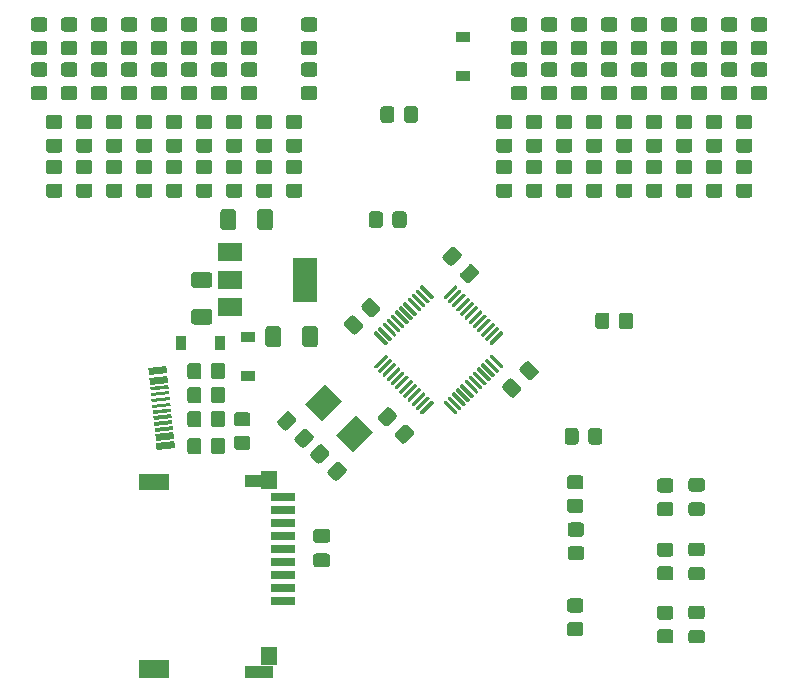
<source format=gtp>
%TF.GenerationSoftware,KiCad,Pcbnew,5.1.12-84ad8e8a86~92~ubuntu20.04.1*%
%TF.CreationDate,2022-03-02T23:51:17-06:00*%
%TF.ProjectId,dietSCSI,64696574-5343-4534-992e-6b696361645f,rev?*%
%TF.SameCoordinates,Original*%
%TF.FileFunction,Paste,Top*%
%TF.FilePolarity,Positive*%
%FSLAX46Y46*%
G04 Gerber Fmt 4.6, Leading zero omitted, Abs format (unit mm)*
G04 Created by KiCad (PCBNEW 5.1.12-84ad8e8a86~92~ubuntu20.04.1) date 2022-03-02 23:51:17*
%MOMM*%
%LPD*%
G01*
G04 APERTURE LIST*
%ADD10C,0.150000*%
%ADD11R,1.400000X1.600000*%
%ADD12R,2.000000X0.700000*%
%ADD13R,2.400000X1.100000*%
%ADD14R,2.570000X1.630000*%
%ADD15R,2.570000X1.360000*%
%ADD16R,2.000000X1.500000*%
%ADD17R,2.000000X3.800000*%
%ADD18R,1.200000X0.900000*%
%ADD19R,0.900000X1.200000*%
G04 APERTURE END LIST*
D10*
%TO.C,J2*%
G36*
X116919178Y-69362598D02*
G01*
X118460687Y-69200579D01*
X118492046Y-69498936D01*
X116950537Y-69660955D01*
X116919178Y-69362598D01*
G37*
G36*
X116835555Y-68566980D02*
G01*
X118377064Y-68404961D01*
X118408423Y-68703318D01*
X116866914Y-68865337D01*
X116835555Y-68566980D01*
G37*
G36*
X116783291Y-68069719D02*
G01*
X118324800Y-67907700D01*
X118356159Y-68206057D01*
X116814650Y-68368076D01*
X116783291Y-68069719D01*
G37*
G36*
X116731026Y-67572458D02*
G01*
X118272535Y-67410439D01*
X118303894Y-67708796D01*
X116762385Y-67870815D01*
X116731026Y-67572458D01*
G37*
G36*
X116678762Y-67075197D02*
G01*
X118220271Y-66913178D01*
X118251630Y-67211535D01*
X116710121Y-67373554D01*
X116678762Y-67075197D01*
G37*
G36*
X116626498Y-66577936D02*
G01*
X118168007Y-66415917D01*
X118199366Y-66714274D01*
X116657857Y-66876293D01*
X116626498Y-66577936D01*
G37*
G36*
X116574234Y-66080675D02*
G01*
X118115743Y-65918656D01*
X118147102Y-66217013D01*
X116605593Y-66379032D01*
X116574234Y-66080675D01*
G37*
G36*
X116521969Y-65583414D02*
G01*
X118063478Y-65421395D01*
X118094837Y-65719752D01*
X116553328Y-65881771D01*
X116521969Y-65583414D01*
G37*
G36*
X116469705Y-65086153D02*
G01*
X118011214Y-64924134D01*
X118042573Y-65222491D01*
X116501064Y-65384510D01*
X116469705Y-65086153D01*
G37*
G36*
X116417441Y-64588893D02*
G01*
X117958950Y-64426874D01*
X117990309Y-64725231D01*
X116448800Y-64887250D01*
X116417441Y-64588893D01*
G37*
G36*
X116333818Y-63793275D02*
G01*
X117875327Y-63631256D01*
X117906686Y-63929613D01*
X116365177Y-64091632D01*
X116333818Y-63793275D01*
G37*
G36*
X116250195Y-62997657D02*
G01*
X117791704Y-62835638D01*
X117823063Y-63133995D01*
X116281554Y-63296014D01*
X116250195Y-62997657D01*
G37*
G36*
X116281554Y-63296014D02*
G01*
X117823063Y-63133995D01*
X117854422Y-63432352D01*
X116312913Y-63594371D01*
X116281554Y-63296014D01*
G37*
G36*
X116365177Y-64091632D02*
G01*
X117906686Y-63929613D01*
X117938045Y-64227970D01*
X116396536Y-64389989D01*
X116365177Y-64091632D01*
G37*
G36*
X116866913Y-68865337D02*
G01*
X118408422Y-68703318D01*
X118439781Y-69001675D01*
X116898272Y-69163694D01*
X116866913Y-68865337D01*
G37*
G36*
X116950536Y-69660954D02*
G01*
X118492045Y-69498935D01*
X118523404Y-69797292D01*
X116981895Y-69959311D01*
X116950536Y-69660954D01*
G37*
%TD*%
D11*
%TO.C,J13*%
X126492000Y-87339000D03*
X126492000Y-72489000D03*
D12*
X127642000Y-73939000D03*
X127642000Y-75039000D03*
X127642000Y-76139000D03*
X127642000Y-77239000D03*
X127642000Y-78339000D03*
X127642000Y-79439000D03*
X127642000Y-80539000D03*
X127642000Y-81639000D03*
X127642000Y-82739000D03*
D13*
X125633320Y-72549680D03*
X125633320Y-88699680D03*
D14*
X116707920Y-88452960D03*
D15*
X116707920Y-72659240D03*
%TD*%
%TO.C,C1*%
G36*
G01*
X135020073Y-58628178D02*
X134348322Y-57956427D01*
G75*
G02*
X134348322Y-57602873I176777J176777D01*
G01*
X134825619Y-57125576D01*
G75*
G02*
X135179173Y-57125576I176777J-176777D01*
G01*
X135850924Y-57797327D01*
G75*
G02*
X135850924Y-58150881I-176777J-176777D01*
G01*
X135373627Y-58628178D01*
G75*
G02*
X135020073Y-58628178I-176777J176777D01*
G01*
G37*
G36*
G01*
X133552827Y-60095424D02*
X132881076Y-59423673D01*
G75*
G02*
X132881076Y-59070119I176777J176777D01*
G01*
X133358373Y-58592822D01*
G75*
G02*
X133711927Y-58592822I176777J-176777D01*
G01*
X134383678Y-59264573D01*
G75*
G02*
X134383678Y-59618127I-176777J-176777D01*
G01*
X133906381Y-60095424D01*
G75*
G02*
X133552827Y-60095424I-176777J176777D01*
G01*
G37*
%TD*%
%TO.C,R87*%
G36*
G01*
X121558000Y-70046001D02*
X121558000Y-69145999D01*
G75*
G02*
X121807999Y-68896000I249999J0D01*
G01*
X122508001Y-68896000D01*
G75*
G02*
X122758000Y-69145999I0J-249999D01*
G01*
X122758000Y-70046001D01*
G75*
G02*
X122508001Y-70296000I-249999J0D01*
G01*
X121807999Y-70296000D01*
G75*
G02*
X121558000Y-70046001I0J249999D01*
G01*
G37*
G36*
G01*
X119558000Y-70046001D02*
X119558000Y-69145999D01*
G75*
G02*
X119807999Y-68896000I249999J0D01*
G01*
X120508001Y-68896000D01*
G75*
G02*
X120758000Y-69145999I0J-249999D01*
G01*
X120758000Y-70046001D01*
G75*
G02*
X120508001Y-70296000I-249999J0D01*
G01*
X119807999Y-70296000D01*
G75*
G02*
X119558000Y-70046001I0J249999D01*
G01*
G37*
%TD*%
%TO.C,R86*%
G36*
G01*
X121558000Y-63696001D02*
X121558000Y-62795999D01*
G75*
G02*
X121807999Y-62546000I249999J0D01*
G01*
X122508001Y-62546000D01*
G75*
G02*
X122758000Y-62795999I0J-249999D01*
G01*
X122758000Y-63696001D01*
G75*
G02*
X122508001Y-63946000I-249999J0D01*
G01*
X121807999Y-63946000D01*
G75*
G02*
X121558000Y-63696001I0J249999D01*
G01*
G37*
G36*
G01*
X119558000Y-63696001D02*
X119558000Y-62795999D01*
G75*
G02*
X119807999Y-62546000I249999J0D01*
G01*
X120508001Y-62546000D01*
G75*
G02*
X120758000Y-62795999I0J-249999D01*
G01*
X120758000Y-63696001D01*
G75*
G02*
X120508001Y-63946000I-249999J0D01*
G01*
X119807999Y-63946000D01*
G75*
G02*
X119558000Y-63696001I0J249999D01*
G01*
G37*
%TD*%
D10*
%TO.C,X1*%
G36*
X132175365Y-68657921D02*
G01*
X133872421Y-66960865D01*
X135286635Y-68375079D01*
X133589579Y-70072135D01*
X132175365Y-68657921D01*
G37*
G36*
X129559069Y-66041625D02*
G01*
X131256125Y-64344569D01*
X132670339Y-65758783D01*
X130973283Y-67455839D01*
X129559069Y-66041625D01*
G37*
%TD*%
%TO.C,R85*%
G36*
G01*
X108730201Y-42754600D02*
X107830199Y-42754600D01*
G75*
G02*
X107580200Y-42504601I0J249999D01*
G01*
X107580200Y-41804599D01*
G75*
G02*
X107830199Y-41554600I249999J0D01*
G01*
X108730201Y-41554600D01*
G75*
G02*
X108980200Y-41804599I0J-249999D01*
G01*
X108980200Y-42504601D01*
G75*
G02*
X108730201Y-42754600I-249999J0D01*
G01*
G37*
G36*
G01*
X108730201Y-44754600D02*
X107830199Y-44754600D01*
G75*
G02*
X107580200Y-44504601I0J249999D01*
G01*
X107580200Y-43804599D01*
G75*
G02*
X107830199Y-43554600I249999J0D01*
G01*
X108730201Y-43554600D01*
G75*
G02*
X108980200Y-43804599I0J-249999D01*
G01*
X108980200Y-44504601D01*
G75*
G02*
X108730201Y-44754600I-249999J0D01*
G01*
G37*
%TD*%
%TO.C,R84*%
G36*
G01*
X111270201Y-42754600D02*
X110370199Y-42754600D01*
G75*
G02*
X110120200Y-42504601I0J249999D01*
G01*
X110120200Y-41804599D01*
G75*
G02*
X110370199Y-41554600I249999J0D01*
G01*
X111270201Y-41554600D01*
G75*
G02*
X111520200Y-41804599I0J-249999D01*
G01*
X111520200Y-42504601D01*
G75*
G02*
X111270201Y-42754600I-249999J0D01*
G01*
G37*
G36*
G01*
X111270201Y-44754600D02*
X110370199Y-44754600D01*
G75*
G02*
X110120200Y-44504601I0J249999D01*
G01*
X110120200Y-43804599D01*
G75*
G02*
X110370199Y-43554600I249999J0D01*
G01*
X111270201Y-43554600D01*
G75*
G02*
X111520200Y-43804599I0J-249999D01*
G01*
X111520200Y-44504601D01*
G75*
G02*
X111270201Y-44754600I-249999J0D01*
G01*
G37*
%TD*%
%TO.C,R83*%
G36*
G01*
X113810201Y-42754600D02*
X112910199Y-42754600D01*
G75*
G02*
X112660200Y-42504601I0J249999D01*
G01*
X112660200Y-41804599D01*
G75*
G02*
X112910199Y-41554600I249999J0D01*
G01*
X113810201Y-41554600D01*
G75*
G02*
X114060200Y-41804599I0J-249999D01*
G01*
X114060200Y-42504601D01*
G75*
G02*
X113810201Y-42754600I-249999J0D01*
G01*
G37*
G36*
G01*
X113810201Y-44754600D02*
X112910199Y-44754600D01*
G75*
G02*
X112660200Y-44504601I0J249999D01*
G01*
X112660200Y-43804599D01*
G75*
G02*
X112910199Y-43554600I249999J0D01*
G01*
X113810201Y-43554600D01*
G75*
G02*
X114060200Y-43804599I0J-249999D01*
G01*
X114060200Y-44504601D01*
G75*
G02*
X113810201Y-44754600I-249999J0D01*
G01*
G37*
%TD*%
%TO.C,R82*%
G36*
G01*
X116350201Y-42754600D02*
X115450199Y-42754600D01*
G75*
G02*
X115200200Y-42504601I0J249999D01*
G01*
X115200200Y-41804599D01*
G75*
G02*
X115450199Y-41554600I249999J0D01*
G01*
X116350201Y-41554600D01*
G75*
G02*
X116600200Y-41804599I0J-249999D01*
G01*
X116600200Y-42504601D01*
G75*
G02*
X116350201Y-42754600I-249999J0D01*
G01*
G37*
G36*
G01*
X116350201Y-44754600D02*
X115450199Y-44754600D01*
G75*
G02*
X115200200Y-44504601I0J249999D01*
G01*
X115200200Y-43804599D01*
G75*
G02*
X115450199Y-43554600I249999J0D01*
G01*
X116350201Y-43554600D01*
G75*
G02*
X116600200Y-43804599I0J-249999D01*
G01*
X116600200Y-44504601D01*
G75*
G02*
X116350201Y-44754600I-249999J0D01*
G01*
G37*
%TD*%
%TO.C,R81*%
G36*
G01*
X118890201Y-42754600D02*
X117990199Y-42754600D01*
G75*
G02*
X117740200Y-42504601I0J249999D01*
G01*
X117740200Y-41804599D01*
G75*
G02*
X117990199Y-41554600I249999J0D01*
G01*
X118890201Y-41554600D01*
G75*
G02*
X119140200Y-41804599I0J-249999D01*
G01*
X119140200Y-42504601D01*
G75*
G02*
X118890201Y-42754600I-249999J0D01*
G01*
G37*
G36*
G01*
X118890201Y-44754600D02*
X117990199Y-44754600D01*
G75*
G02*
X117740200Y-44504601I0J249999D01*
G01*
X117740200Y-43804599D01*
G75*
G02*
X117990199Y-43554600I249999J0D01*
G01*
X118890201Y-43554600D01*
G75*
G02*
X119140200Y-43804599I0J-249999D01*
G01*
X119140200Y-44504601D01*
G75*
G02*
X118890201Y-44754600I-249999J0D01*
G01*
G37*
%TD*%
%TO.C,R80*%
G36*
G01*
X121430201Y-42754600D02*
X120530199Y-42754600D01*
G75*
G02*
X120280200Y-42504601I0J249999D01*
G01*
X120280200Y-41804599D01*
G75*
G02*
X120530199Y-41554600I249999J0D01*
G01*
X121430201Y-41554600D01*
G75*
G02*
X121680200Y-41804599I0J-249999D01*
G01*
X121680200Y-42504601D01*
G75*
G02*
X121430201Y-42754600I-249999J0D01*
G01*
G37*
G36*
G01*
X121430201Y-44754600D02*
X120530199Y-44754600D01*
G75*
G02*
X120280200Y-44504601I0J249999D01*
G01*
X120280200Y-43804599D01*
G75*
G02*
X120530199Y-43554600I249999J0D01*
G01*
X121430201Y-43554600D01*
G75*
G02*
X121680200Y-43804599I0J-249999D01*
G01*
X121680200Y-44504601D01*
G75*
G02*
X121430201Y-44754600I-249999J0D01*
G01*
G37*
%TD*%
%TO.C,R79*%
G36*
G01*
X123970201Y-42754600D02*
X123070199Y-42754600D01*
G75*
G02*
X122820200Y-42504601I0J249999D01*
G01*
X122820200Y-41804599D01*
G75*
G02*
X123070199Y-41554600I249999J0D01*
G01*
X123970201Y-41554600D01*
G75*
G02*
X124220200Y-41804599I0J-249999D01*
G01*
X124220200Y-42504601D01*
G75*
G02*
X123970201Y-42754600I-249999J0D01*
G01*
G37*
G36*
G01*
X123970201Y-44754600D02*
X123070199Y-44754600D01*
G75*
G02*
X122820200Y-44504601I0J249999D01*
G01*
X122820200Y-43804599D01*
G75*
G02*
X123070199Y-43554600I249999J0D01*
G01*
X123970201Y-43554600D01*
G75*
G02*
X124220200Y-43804599I0J-249999D01*
G01*
X124220200Y-44504601D01*
G75*
G02*
X123970201Y-44754600I-249999J0D01*
G01*
G37*
%TD*%
%TO.C,R78*%
G36*
G01*
X126510201Y-42754600D02*
X125610199Y-42754600D01*
G75*
G02*
X125360200Y-42504601I0J249999D01*
G01*
X125360200Y-41804599D01*
G75*
G02*
X125610199Y-41554600I249999J0D01*
G01*
X126510201Y-41554600D01*
G75*
G02*
X126760200Y-41804599I0J-249999D01*
G01*
X126760200Y-42504601D01*
G75*
G02*
X126510201Y-42754600I-249999J0D01*
G01*
G37*
G36*
G01*
X126510201Y-44754600D02*
X125610199Y-44754600D01*
G75*
G02*
X125360200Y-44504601I0J249999D01*
G01*
X125360200Y-43804599D01*
G75*
G02*
X125610199Y-43554600I249999J0D01*
G01*
X126510201Y-43554600D01*
G75*
G02*
X126760200Y-43804599I0J-249999D01*
G01*
X126760200Y-44504601D01*
G75*
G02*
X126510201Y-44754600I-249999J0D01*
G01*
G37*
%TD*%
%TO.C,R77*%
G36*
G01*
X129050201Y-42754600D02*
X128150199Y-42754600D01*
G75*
G02*
X127900200Y-42504601I0J249999D01*
G01*
X127900200Y-41804599D01*
G75*
G02*
X128150199Y-41554600I249999J0D01*
G01*
X129050201Y-41554600D01*
G75*
G02*
X129300200Y-41804599I0J-249999D01*
G01*
X129300200Y-42504601D01*
G75*
G02*
X129050201Y-42754600I-249999J0D01*
G01*
G37*
G36*
G01*
X129050201Y-44754600D02*
X128150199Y-44754600D01*
G75*
G02*
X127900200Y-44504601I0J249999D01*
G01*
X127900200Y-43804599D01*
G75*
G02*
X128150199Y-43554600I249999J0D01*
G01*
X129050201Y-43554600D01*
G75*
G02*
X129300200Y-43804599I0J-249999D01*
G01*
X129300200Y-44504601D01*
G75*
G02*
X129050201Y-44754600I-249999J0D01*
G01*
G37*
%TD*%
%TO.C,R76*%
G36*
G01*
X146830201Y-42754600D02*
X145930199Y-42754600D01*
G75*
G02*
X145680200Y-42504601I0J249999D01*
G01*
X145680200Y-41804599D01*
G75*
G02*
X145930199Y-41554600I249999J0D01*
G01*
X146830201Y-41554600D01*
G75*
G02*
X147080200Y-41804599I0J-249999D01*
G01*
X147080200Y-42504601D01*
G75*
G02*
X146830201Y-42754600I-249999J0D01*
G01*
G37*
G36*
G01*
X146830201Y-44754600D02*
X145930199Y-44754600D01*
G75*
G02*
X145680200Y-44504601I0J249999D01*
G01*
X145680200Y-43804599D01*
G75*
G02*
X145930199Y-43554600I249999J0D01*
G01*
X146830201Y-43554600D01*
G75*
G02*
X147080200Y-43804599I0J-249999D01*
G01*
X147080200Y-44504601D01*
G75*
G02*
X146830201Y-44754600I-249999J0D01*
G01*
G37*
%TD*%
%TO.C,R75*%
G36*
G01*
X149370201Y-42754600D02*
X148470199Y-42754600D01*
G75*
G02*
X148220200Y-42504601I0J249999D01*
G01*
X148220200Y-41804599D01*
G75*
G02*
X148470199Y-41554600I249999J0D01*
G01*
X149370201Y-41554600D01*
G75*
G02*
X149620200Y-41804599I0J-249999D01*
G01*
X149620200Y-42504601D01*
G75*
G02*
X149370201Y-42754600I-249999J0D01*
G01*
G37*
G36*
G01*
X149370201Y-44754600D02*
X148470199Y-44754600D01*
G75*
G02*
X148220200Y-44504601I0J249999D01*
G01*
X148220200Y-43804599D01*
G75*
G02*
X148470199Y-43554600I249999J0D01*
G01*
X149370201Y-43554600D01*
G75*
G02*
X149620200Y-43804599I0J-249999D01*
G01*
X149620200Y-44504601D01*
G75*
G02*
X149370201Y-44754600I-249999J0D01*
G01*
G37*
%TD*%
%TO.C,R74*%
G36*
G01*
X151910201Y-42754600D02*
X151010199Y-42754600D01*
G75*
G02*
X150760200Y-42504601I0J249999D01*
G01*
X150760200Y-41804599D01*
G75*
G02*
X151010199Y-41554600I249999J0D01*
G01*
X151910201Y-41554600D01*
G75*
G02*
X152160200Y-41804599I0J-249999D01*
G01*
X152160200Y-42504601D01*
G75*
G02*
X151910201Y-42754600I-249999J0D01*
G01*
G37*
G36*
G01*
X151910201Y-44754600D02*
X151010199Y-44754600D01*
G75*
G02*
X150760200Y-44504601I0J249999D01*
G01*
X150760200Y-43804599D01*
G75*
G02*
X151010199Y-43554600I249999J0D01*
G01*
X151910201Y-43554600D01*
G75*
G02*
X152160200Y-43804599I0J-249999D01*
G01*
X152160200Y-44504601D01*
G75*
G02*
X151910201Y-44754600I-249999J0D01*
G01*
G37*
%TD*%
%TO.C,R73*%
G36*
G01*
X154450201Y-42754600D02*
X153550199Y-42754600D01*
G75*
G02*
X153300200Y-42504601I0J249999D01*
G01*
X153300200Y-41804599D01*
G75*
G02*
X153550199Y-41554600I249999J0D01*
G01*
X154450201Y-41554600D01*
G75*
G02*
X154700200Y-41804599I0J-249999D01*
G01*
X154700200Y-42504601D01*
G75*
G02*
X154450201Y-42754600I-249999J0D01*
G01*
G37*
G36*
G01*
X154450201Y-44754600D02*
X153550199Y-44754600D01*
G75*
G02*
X153300200Y-44504601I0J249999D01*
G01*
X153300200Y-43804599D01*
G75*
G02*
X153550199Y-43554600I249999J0D01*
G01*
X154450201Y-43554600D01*
G75*
G02*
X154700200Y-43804599I0J-249999D01*
G01*
X154700200Y-44504601D01*
G75*
G02*
X154450201Y-44754600I-249999J0D01*
G01*
G37*
%TD*%
%TO.C,R72*%
G36*
G01*
X156990201Y-42754600D02*
X156090199Y-42754600D01*
G75*
G02*
X155840200Y-42504601I0J249999D01*
G01*
X155840200Y-41804599D01*
G75*
G02*
X156090199Y-41554600I249999J0D01*
G01*
X156990201Y-41554600D01*
G75*
G02*
X157240200Y-41804599I0J-249999D01*
G01*
X157240200Y-42504601D01*
G75*
G02*
X156990201Y-42754600I-249999J0D01*
G01*
G37*
G36*
G01*
X156990201Y-44754600D02*
X156090199Y-44754600D01*
G75*
G02*
X155840200Y-44504601I0J249999D01*
G01*
X155840200Y-43804599D01*
G75*
G02*
X156090199Y-43554600I249999J0D01*
G01*
X156990201Y-43554600D01*
G75*
G02*
X157240200Y-43804599I0J-249999D01*
G01*
X157240200Y-44504601D01*
G75*
G02*
X156990201Y-44754600I-249999J0D01*
G01*
G37*
%TD*%
%TO.C,R71*%
G36*
G01*
X159530201Y-42754600D02*
X158630199Y-42754600D01*
G75*
G02*
X158380200Y-42504601I0J249999D01*
G01*
X158380200Y-41804599D01*
G75*
G02*
X158630199Y-41554600I249999J0D01*
G01*
X159530201Y-41554600D01*
G75*
G02*
X159780200Y-41804599I0J-249999D01*
G01*
X159780200Y-42504601D01*
G75*
G02*
X159530201Y-42754600I-249999J0D01*
G01*
G37*
G36*
G01*
X159530201Y-44754600D02*
X158630199Y-44754600D01*
G75*
G02*
X158380200Y-44504601I0J249999D01*
G01*
X158380200Y-43804599D01*
G75*
G02*
X158630199Y-43554600I249999J0D01*
G01*
X159530201Y-43554600D01*
G75*
G02*
X159780200Y-43804599I0J-249999D01*
G01*
X159780200Y-44504601D01*
G75*
G02*
X159530201Y-44754600I-249999J0D01*
G01*
G37*
%TD*%
%TO.C,R70*%
G36*
G01*
X162070201Y-42754600D02*
X161170199Y-42754600D01*
G75*
G02*
X160920200Y-42504601I0J249999D01*
G01*
X160920200Y-41804599D01*
G75*
G02*
X161170199Y-41554600I249999J0D01*
G01*
X162070201Y-41554600D01*
G75*
G02*
X162320200Y-41804599I0J-249999D01*
G01*
X162320200Y-42504601D01*
G75*
G02*
X162070201Y-42754600I-249999J0D01*
G01*
G37*
G36*
G01*
X162070201Y-44754600D02*
X161170199Y-44754600D01*
G75*
G02*
X160920200Y-44504601I0J249999D01*
G01*
X160920200Y-43804599D01*
G75*
G02*
X161170199Y-43554600I249999J0D01*
G01*
X162070201Y-43554600D01*
G75*
G02*
X162320200Y-43804599I0J-249999D01*
G01*
X162320200Y-44504601D01*
G75*
G02*
X162070201Y-44754600I-249999J0D01*
G01*
G37*
%TD*%
%TO.C,R69*%
G36*
G01*
X164610201Y-42754600D02*
X163710199Y-42754600D01*
G75*
G02*
X163460200Y-42504601I0J249999D01*
G01*
X163460200Y-41804599D01*
G75*
G02*
X163710199Y-41554600I249999J0D01*
G01*
X164610201Y-41554600D01*
G75*
G02*
X164860200Y-41804599I0J-249999D01*
G01*
X164860200Y-42504601D01*
G75*
G02*
X164610201Y-42754600I-249999J0D01*
G01*
G37*
G36*
G01*
X164610201Y-44754600D02*
X163710199Y-44754600D01*
G75*
G02*
X163460200Y-44504601I0J249999D01*
G01*
X163460200Y-43804599D01*
G75*
G02*
X163710199Y-43554600I249999J0D01*
G01*
X164610201Y-43554600D01*
G75*
G02*
X164860200Y-43804599I0J-249999D01*
G01*
X164860200Y-44504601D01*
G75*
G02*
X164610201Y-44754600I-249999J0D01*
G01*
G37*
%TD*%
%TO.C,R68*%
G36*
G01*
X167150201Y-42754600D02*
X166250199Y-42754600D01*
G75*
G02*
X166000200Y-42504601I0J249999D01*
G01*
X166000200Y-41804599D01*
G75*
G02*
X166250199Y-41554600I249999J0D01*
G01*
X167150201Y-41554600D01*
G75*
G02*
X167400200Y-41804599I0J-249999D01*
G01*
X167400200Y-42504601D01*
G75*
G02*
X167150201Y-42754600I-249999J0D01*
G01*
G37*
G36*
G01*
X167150201Y-44754600D02*
X166250199Y-44754600D01*
G75*
G02*
X166000200Y-44504601I0J249999D01*
G01*
X166000200Y-43804599D01*
G75*
G02*
X166250199Y-43554600I249999J0D01*
G01*
X167150201Y-43554600D01*
G75*
G02*
X167400200Y-43804599I0J-249999D01*
G01*
X167400200Y-44504601D01*
G75*
G02*
X167150201Y-44754600I-249999J0D01*
G01*
G37*
%TD*%
%TO.C,R47*%
G36*
G01*
X107460201Y-34499600D02*
X106560199Y-34499600D01*
G75*
G02*
X106310200Y-34249601I0J249999D01*
G01*
X106310200Y-33549599D01*
G75*
G02*
X106560199Y-33299600I249999J0D01*
G01*
X107460201Y-33299600D01*
G75*
G02*
X107710200Y-33549599I0J-249999D01*
G01*
X107710200Y-34249601D01*
G75*
G02*
X107460201Y-34499600I-249999J0D01*
G01*
G37*
G36*
G01*
X107460201Y-36499600D02*
X106560199Y-36499600D01*
G75*
G02*
X106310200Y-36249601I0J249999D01*
G01*
X106310200Y-35549599D01*
G75*
G02*
X106560199Y-35299600I249999J0D01*
G01*
X107460201Y-35299600D01*
G75*
G02*
X107710200Y-35549599I0J-249999D01*
G01*
X107710200Y-36249601D01*
G75*
G02*
X107460201Y-36499600I-249999J0D01*
G01*
G37*
%TD*%
%TO.C,R46*%
G36*
G01*
X110000201Y-34499600D02*
X109100199Y-34499600D01*
G75*
G02*
X108850200Y-34249601I0J249999D01*
G01*
X108850200Y-33549599D01*
G75*
G02*
X109100199Y-33299600I249999J0D01*
G01*
X110000201Y-33299600D01*
G75*
G02*
X110250200Y-33549599I0J-249999D01*
G01*
X110250200Y-34249601D01*
G75*
G02*
X110000201Y-34499600I-249999J0D01*
G01*
G37*
G36*
G01*
X110000201Y-36499600D02*
X109100199Y-36499600D01*
G75*
G02*
X108850200Y-36249601I0J249999D01*
G01*
X108850200Y-35549599D01*
G75*
G02*
X109100199Y-35299600I249999J0D01*
G01*
X110000201Y-35299600D01*
G75*
G02*
X110250200Y-35549599I0J-249999D01*
G01*
X110250200Y-36249601D01*
G75*
G02*
X110000201Y-36499600I-249999J0D01*
G01*
G37*
%TD*%
%TO.C,R45*%
G36*
G01*
X112540201Y-34499600D02*
X111640199Y-34499600D01*
G75*
G02*
X111390200Y-34249601I0J249999D01*
G01*
X111390200Y-33549599D01*
G75*
G02*
X111640199Y-33299600I249999J0D01*
G01*
X112540201Y-33299600D01*
G75*
G02*
X112790200Y-33549599I0J-249999D01*
G01*
X112790200Y-34249601D01*
G75*
G02*
X112540201Y-34499600I-249999J0D01*
G01*
G37*
G36*
G01*
X112540201Y-36499600D02*
X111640199Y-36499600D01*
G75*
G02*
X111390200Y-36249601I0J249999D01*
G01*
X111390200Y-35549599D01*
G75*
G02*
X111640199Y-35299600I249999J0D01*
G01*
X112540201Y-35299600D01*
G75*
G02*
X112790200Y-35549599I0J-249999D01*
G01*
X112790200Y-36249601D01*
G75*
G02*
X112540201Y-36499600I-249999J0D01*
G01*
G37*
%TD*%
%TO.C,R44*%
G36*
G01*
X115080201Y-34499600D02*
X114180199Y-34499600D01*
G75*
G02*
X113930200Y-34249601I0J249999D01*
G01*
X113930200Y-33549599D01*
G75*
G02*
X114180199Y-33299600I249999J0D01*
G01*
X115080201Y-33299600D01*
G75*
G02*
X115330200Y-33549599I0J-249999D01*
G01*
X115330200Y-34249601D01*
G75*
G02*
X115080201Y-34499600I-249999J0D01*
G01*
G37*
G36*
G01*
X115080201Y-36499600D02*
X114180199Y-36499600D01*
G75*
G02*
X113930200Y-36249601I0J249999D01*
G01*
X113930200Y-35549599D01*
G75*
G02*
X114180199Y-35299600I249999J0D01*
G01*
X115080201Y-35299600D01*
G75*
G02*
X115330200Y-35549599I0J-249999D01*
G01*
X115330200Y-36249601D01*
G75*
G02*
X115080201Y-36499600I-249999J0D01*
G01*
G37*
%TD*%
%TO.C,R43*%
G36*
G01*
X117620201Y-34499600D02*
X116720199Y-34499600D01*
G75*
G02*
X116470200Y-34249601I0J249999D01*
G01*
X116470200Y-33549599D01*
G75*
G02*
X116720199Y-33299600I249999J0D01*
G01*
X117620201Y-33299600D01*
G75*
G02*
X117870200Y-33549599I0J-249999D01*
G01*
X117870200Y-34249601D01*
G75*
G02*
X117620201Y-34499600I-249999J0D01*
G01*
G37*
G36*
G01*
X117620201Y-36499600D02*
X116720199Y-36499600D01*
G75*
G02*
X116470200Y-36249601I0J249999D01*
G01*
X116470200Y-35549599D01*
G75*
G02*
X116720199Y-35299600I249999J0D01*
G01*
X117620201Y-35299600D01*
G75*
G02*
X117870200Y-35549599I0J-249999D01*
G01*
X117870200Y-36249601D01*
G75*
G02*
X117620201Y-36499600I-249999J0D01*
G01*
G37*
%TD*%
%TO.C,R42*%
G36*
G01*
X120160201Y-34499600D02*
X119260199Y-34499600D01*
G75*
G02*
X119010200Y-34249601I0J249999D01*
G01*
X119010200Y-33549599D01*
G75*
G02*
X119260199Y-33299600I249999J0D01*
G01*
X120160201Y-33299600D01*
G75*
G02*
X120410200Y-33549599I0J-249999D01*
G01*
X120410200Y-34249601D01*
G75*
G02*
X120160201Y-34499600I-249999J0D01*
G01*
G37*
G36*
G01*
X120160201Y-36499600D02*
X119260199Y-36499600D01*
G75*
G02*
X119010200Y-36249601I0J249999D01*
G01*
X119010200Y-35549599D01*
G75*
G02*
X119260199Y-35299600I249999J0D01*
G01*
X120160201Y-35299600D01*
G75*
G02*
X120410200Y-35549599I0J-249999D01*
G01*
X120410200Y-36249601D01*
G75*
G02*
X120160201Y-36499600I-249999J0D01*
G01*
G37*
%TD*%
%TO.C,R41*%
G36*
G01*
X122700201Y-34499600D02*
X121800199Y-34499600D01*
G75*
G02*
X121550200Y-34249601I0J249999D01*
G01*
X121550200Y-33549599D01*
G75*
G02*
X121800199Y-33299600I249999J0D01*
G01*
X122700201Y-33299600D01*
G75*
G02*
X122950200Y-33549599I0J-249999D01*
G01*
X122950200Y-34249601D01*
G75*
G02*
X122700201Y-34499600I-249999J0D01*
G01*
G37*
G36*
G01*
X122700201Y-36499600D02*
X121800199Y-36499600D01*
G75*
G02*
X121550200Y-36249601I0J249999D01*
G01*
X121550200Y-35549599D01*
G75*
G02*
X121800199Y-35299600I249999J0D01*
G01*
X122700201Y-35299600D01*
G75*
G02*
X122950200Y-35549599I0J-249999D01*
G01*
X122950200Y-36249601D01*
G75*
G02*
X122700201Y-36499600I-249999J0D01*
G01*
G37*
%TD*%
%TO.C,R40*%
G36*
G01*
X125240201Y-34499600D02*
X124340199Y-34499600D01*
G75*
G02*
X124090200Y-34249601I0J249999D01*
G01*
X124090200Y-33549599D01*
G75*
G02*
X124340199Y-33299600I249999J0D01*
G01*
X125240201Y-33299600D01*
G75*
G02*
X125490200Y-33549599I0J-249999D01*
G01*
X125490200Y-34249601D01*
G75*
G02*
X125240201Y-34499600I-249999J0D01*
G01*
G37*
G36*
G01*
X125240201Y-36499600D02*
X124340199Y-36499600D01*
G75*
G02*
X124090200Y-36249601I0J249999D01*
G01*
X124090200Y-35549599D01*
G75*
G02*
X124340199Y-35299600I249999J0D01*
G01*
X125240201Y-35299600D01*
G75*
G02*
X125490200Y-35549599I0J-249999D01*
G01*
X125490200Y-36249601D01*
G75*
G02*
X125240201Y-36499600I-249999J0D01*
G01*
G37*
%TD*%
%TO.C,R39*%
G36*
G01*
X130320201Y-34499600D02*
X129420199Y-34499600D01*
G75*
G02*
X129170200Y-34249601I0J249999D01*
G01*
X129170200Y-33549599D01*
G75*
G02*
X129420199Y-33299600I249999J0D01*
G01*
X130320201Y-33299600D01*
G75*
G02*
X130570200Y-33549599I0J-249999D01*
G01*
X130570200Y-34249601D01*
G75*
G02*
X130320201Y-34499600I-249999J0D01*
G01*
G37*
G36*
G01*
X130320201Y-36499600D02*
X129420199Y-36499600D01*
G75*
G02*
X129170200Y-36249601I0J249999D01*
G01*
X129170200Y-35549599D01*
G75*
G02*
X129420199Y-35299600I249999J0D01*
G01*
X130320201Y-35299600D01*
G75*
G02*
X130570200Y-35549599I0J-249999D01*
G01*
X130570200Y-36249601D01*
G75*
G02*
X130320201Y-36499600I-249999J0D01*
G01*
G37*
%TD*%
%TO.C,R38*%
G36*
G01*
X148100201Y-34499600D02*
X147200199Y-34499600D01*
G75*
G02*
X146950200Y-34249601I0J249999D01*
G01*
X146950200Y-33549599D01*
G75*
G02*
X147200199Y-33299600I249999J0D01*
G01*
X148100201Y-33299600D01*
G75*
G02*
X148350200Y-33549599I0J-249999D01*
G01*
X148350200Y-34249601D01*
G75*
G02*
X148100201Y-34499600I-249999J0D01*
G01*
G37*
G36*
G01*
X148100201Y-36499600D02*
X147200199Y-36499600D01*
G75*
G02*
X146950200Y-36249601I0J249999D01*
G01*
X146950200Y-35549599D01*
G75*
G02*
X147200199Y-35299600I249999J0D01*
G01*
X148100201Y-35299600D01*
G75*
G02*
X148350200Y-35549599I0J-249999D01*
G01*
X148350200Y-36249601D01*
G75*
G02*
X148100201Y-36499600I-249999J0D01*
G01*
G37*
%TD*%
%TO.C,R37*%
G36*
G01*
X150640201Y-34499600D02*
X149740199Y-34499600D01*
G75*
G02*
X149490200Y-34249601I0J249999D01*
G01*
X149490200Y-33549599D01*
G75*
G02*
X149740199Y-33299600I249999J0D01*
G01*
X150640201Y-33299600D01*
G75*
G02*
X150890200Y-33549599I0J-249999D01*
G01*
X150890200Y-34249601D01*
G75*
G02*
X150640201Y-34499600I-249999J0D01*
G01*
G37*
G36*
G01*
X150640201Y-36499600D02*
X149740199Y-36499600D01*
G75*
G02*
X149490200Y-36249601I0J249999D01*
G01*
X149490200Y-35549599D01*
G75*
G02*
X149740199Y-35299600I249999J0D01*
G01*
X150640201Y-35299600D01*
G75*
G02*
X150890200Y-35549599I0J-249999D01*
G01*
X150890200Y-36249601D01*
G75*
G02*
X150640201Y-36499600I-249999J0D01*
G01*
G37*
%TD*%
%TO.C,R36*%
G36*
G01*
X153180201Y-34499600D02*
X152280199Y-34499600D01*
G75*
G02*
X152030200Y-34249601I0J249999D01*
G01*
X152030200Y-33549599D01*
G75*
G02*
X152280199Y-33299600I249999J0D01*
G01*
X153180201Y-33299600D01*
G75*
G02*
X153430200Y-33549599I0J-249999D01*
G01*
X153430200Y-34249601D01*
G75*
G02*
X153180201Y-34499600I-249999J0D01*
G01*
G37*
G36*
G01*
X153180201Y-36499600D02*
X152280199Y-36499600D01*
G75*
G02*
X152030200Y-36249601I0J249999D01*
G01*
X152030200Y-35549599D01*
G75*
G02*
X152280199Y-35299600I249999J0D01*
G01*
X153180201Y-35299600D01*
G75*
G02*
X153430200Y-35549599I0J-249999D01*
G01*
X153430200Y-36249601D01*
G75*
G02*
X153180201Y-36499600I-249999J0D01*
G01*
G37*
%TD*%
%TO.C,R35*%
G36*
G01*
X155720201Y-34499600D02*
X154820199Y-34499600D01*
G75*
G02*
X154570200Y-34249601I0J249999D01*
G01*
X154570200Y-33549599D01*
G75*
G02*
X154820199Y-33299600I249999J0D01*
G01*
X155720201Y-33299600D01*
G75*
G02*
X155970200Y-33549599I0J-249999D01*
G01*
X155970200Y-34249601D01*
G75*
G02*
X155720201Y-34499600I-249999J0D01*
G01*
G37*
G36*
G01*
X155720201Y-36499600D02*
X154820199Y-36499600D01*
G75*
G02*
X154570200Y-36249601I0J249999D01*
G01*
X154570200Y-35549599D01*
G75*
G02*
X154820199Y-35299600I249999J0D01*
G01*
X155720201Y-35299600D01*
G75*
G02*
X155970200Y-35549599I0J-249999D01*
G01*
X155970200Y-36249601D01*
G75*
G02*
X155720201Y-36499600I-249999J0D01*
G01*
G37*
%TD*%
%TO.C,R34*%
G36*
G01*
X158260201Y-34499600D02*
X157360199Y-34499600D01*
G75*
G02*
X157110200Y-34249601I0J249999D01*
G01*
X157110200Y-33549599D01*
G75*
G02*
X157360199Y-33299600I249999J0D01*
G01*
X158260201Y-33299600D01*
G75*
G02*
X158510200Y-33549599I0J-249999D01*
G01*
X158510200Y-34249601D01*
G75*
G02*
X158260201Y-34499600I-249999J0D01*
G01*
G37*
G36*
G01*
X158260201Y-36499600D02*
X157360199Y-36499600D01*
G75*
G02*
X157110200Y-36249601I0J249999D01*
G01*
X157110200Y-35549599D01*
G75*
G02*
X157360199Y-35299600I249999J0D01*
G01*
X158260201Y-35299600D01*
G75*
G02*
X158510200Y-35549599I0J-249999D01*
G01*
X158510200Y-36249601D01*
G75*
G02*
X158260201Y-36499600I-249999J0D01*
G01*
G37*
%TD*%
%TO.C,R33*%
G36*
G01*
X160800201Y-34499600D02*
X159900199Y-34499600D01*
G75*
G02*
X159650200Y-34249601I0J249999D01*
G01*
X159650200Y-33549599D01*
G75*
G02*
X159900199Y-33299600I249999J0D01*
G01*
X160800201Y-33299600D01*
G75*
G02*
X161050200Y-33549599I0J-249999D01*
G01*
X161050200Y-34249601D01*
G75*
G02*
X160800201Y-34499600I-249999J0D01*
G01*
G37*
G36*
G01*
X160800201Y-36499600D02*
X159900199Y-36499600D01*
G75*
G02*
X159650200Y-36249601I0J249999D01*
G01*
X159650200Y-35549599D01*
G75*
G02*
X159900199Y-35299600I249999J0D01*
G01*
X160800201Y-35299600D01*
G75*
G02*
X161050200Y-35549599I0J-249999D01*
G01*
X161050200Y-36249601D01*
G75*
G02*
X160800201Y-36499600I-249999J0D01*
G01*
G37*
%TD*%
%TO.C,R32*%
G36*
G01*
X163340201Y-34499600D02*
X162440199Y-34499600D01*
G75*
G02*
X162190200Y-34249601I0J249999D01*
G01*
X162190200Y-33549599D01*
G75*
G02*
X162440199Y-33299600I249999J0D01*
G01*
X163340201Y-33299600D01*
G75*
G02*
X163590200Y-33549599I0J-249999D01*
G01*
X163590200Y-34249601D01*
G75*
G02*
X163340201Y-34499600I-249999J0D01*
G01*
G37*
G36*
G01*
X163340201Y-36499600D02*
X162440199Y-36499600D01*
G75*
G02*
X162190200Y-36249601I0J249999D01*
G01*
X162190200Y-35549599D01*
G75*
G02*
X162440199Y-35299600I249999J0D01*
G01*
X163340201Y-35299600D01*
G75*
G02*
X163590200Y-35549599I0J-249999D01*
G01*
X163590200Y-36249601D01*
G75*
G02*
X163340201Y-36499600I-249999J0D01*
G01*
G37*
%TD*%
%TO.C,R31*%
G36*
G01*
X165880201Y-34499600D02*
X164980199Y-34499600D01*
G75*
G02*
X164730200Y-34249601I0J249999D01*
G01*
X164730200Y-33549599D01*
G75*
G02*
X164980199Y-33299600I249999J0D01*
G01*
X165880201Y-33299600D01*
G75*
G02*
X166130200Y-33549599I0J-249999D01*
G01*
X166130200Y-34249601D01*
G75*
G02*
X165880201Y-34499600I-249999J0D01*
G01*
G37*
G36*
G01*
X165880201Y-36499600D02*
X164980199Y-36499600D01*
G75*
G02*
X164730200Y-36249601I0J249999D01*
G01*
X164730200Y-35549599D01*
G75*
G02*
X164980199Y-35299600I249999J0D01*
G01*
X165880201Y-35299600D01*
G75*
G02*
X166130200Y-35549599I0J-249999D01*
G01*
X166130200Y-36249601D01*
G75*
G02*
X165880201Y-36499600I-249999J0D01*
G01*
G37*
%TD*%
%TO.C,R30*%
G36*
G01*
X168420201Y-34499600D02*
X167520199Y-34499600D01*
G75*
G02*
X167270200Y-34249601I0J249999D01*
G01*
X167270200Y-33549599D01*
G75*
G02*
X167520199Y-33299600I249999J0D01*
G01*
X168420201Y-33299600D01*
G75*
G02*
X168670200Y-33549599I0J-249999D01*
G01*
X168670200Y-34249601D01*
G75*
G02*
X168420201Y-34499600I-249999J0D01*
G01*
G37*
G36*
G01*
X168420201Y-36499600D02*
X167520199Y-36499600D01*
G75*
G02*
X167270200Y-36249601I0J249999D01*
G01*
X167270200Y-35549599D01*
G75*
G02*
X167520199Y-35299600I249999J0D01*
G01*
X168420201Y-35299600D01*
G75*
G02*
X168670200Y-35549599I0J-249999D01*
G01*
X168670200Y-36249601D01*
G75*
G02*
X168420201Y-36499600I-249999J0D01*
G01*
G37*
%TD*%
%TO.C,C7*%
G36*
G01*
X123687000Y-49768997D02*
X123687000Y-51069003D01*
G75*
G02*
X123437003Y-51319000I-249997J0D01*
G01*
X122611997Y-51319000D01*
G75*
G02*
X122362000Y-51069003I0J249997D01*
G01*
X122362000Y-49768997D01*
G75*
G02*
X122611997Y-49519000I249997J0D01*
G01*
X123437003Y-49519000D01*
G75*
G02*
X123687000Y-49768997I0J-249997D01*
G01*
G37*
G36*
G01*
X126812000Y-49768997D02*
X126812000Y-51069003D01*
G75*
G02*
X126562003Y-51319000I-249997J0D01*
G01*
X125736997Y-51319000D01*
G75*
G02*
X125487000Y-51069003I0J249997D01*
G01*
X125487000Y-49768997D01*
G75*
G02*
X125736997Y-49519000I249997J0D01*
G01*
X126562003Y-49519000D01*
G75*
G02*
X126812000Y-49768997I0J-249997D01*
G01*
G37*
%TD*%
%TO.C,C6*%
G36*
G01*
X120126997Y-57986500D02*
X121427003Y-57986500D01*
G75*
G02*
X121677000Y-58236497I0J-249997D01*
G01*
X121677000Y-59061503D01*
G75*
G02*
X121427003Y-59311500I-249997J0D01*
G01*
X120126997Y-59311500D01*
G75*
G02*
X119877000Y-59061503I0J249997D01*
G01*
X119877000Y-58236497D01*
G75*
G02*
X120126997Y-57986500I249997J0D01*
G01*
G37*
G36*
G01*
X120126997Y-54861500D02*
X121427003Y-54861500D01*
G75*
G02*
X121677000Y-55111497I0J-249997D01*
G01*
X121677000Y-55936503D01*
G75*
G02*
X121427003Y-56186500I-249997J0D01*
G01*
X120126997Y-56186500D01*
G75*
G02*
X119877000Y-55936503I0J249997D01*
G01*
X119877000Y-55111497D01*
G75*
G02*
X120126997Y-54861500I249997J0D01*
G01*
G37*
%TD*%
%TO.C,C5*%
G36*
G01*
X126172000Y-60975003D02*
X126172000Y-59674997D01*
G75*
G02*
X126421997Y-59425000I249997J0D01*
G01*
X127247003Y-59425000D01*
G75*
G02*
X127497000Y-59674997I0J-249997D01*
G01*
X127497000Y-60975003D01*
G75*
G02*
X127247003Y-61225000I-249997J0D01*
G01*
X126421997Y-61225000D01*
G75*
G02*
X126172000Y-60975003I0J249997D01*
G01*
G37*
G36*
G01*
X129297000Y-60975003D02*
X129297000Y-59674997D01*
G75*
G02*
X129546997Y-59425000I249997J0D01*
G01*
X130372003Y-59425000D01*
G75*
G02*
X130622000Y-59674997I0J-249997D01*
G01*
X130622000Y-60975003D01*
G75*
G02*
X130372003Y-61225000I-249997J0D01*
G01*
X129546997Y-61225000D01*
G75*
G02*
X129297000Y-60975003I0J249997D01*
G01*
G37*
%TD*%
%TO.C,C4*%
G36*
G01*
X142695199Y-54911450D02*
X143366950Y-54239699D01*
G75*
G02*
X143720504Y-54239699I176777J-176777D01*
G01*
X144197801Y-54716996D01*
G75*
G02*
X144197801Y-55070550I-176777J-176777D01*
G01*
X143526050Y-55742301D01*
G75*
G02*
X143172496Y-55742301I-176777J176777D01*
G01*
X142695199Y-55265004D01*
G75*
G02*
X142695199Y-54911450I176777J176777D01*
G01*
G37*
G36*
G01*
X141227953Y-53444204D02*
X141899704Y-52772453D01*
G75*
G02*
X142253258Y-52772453I176777J-176777D01*
G01*
X142730555Y-53249750D01*
G75*
G02*
X142730555Y-53603304I-176777J-176777D01*
G01*
X142058804Y-54275055D01*
G75*
G02*
X141705250Y-54275055I-176777J176777D01*
G01*
X141227953Y-53797758D01*
G75*
G02*
X141227953Y-53444204I176777J176777D01*
G01*
G37*
%TD*%
%TO.C,C3*%
G36*
G01*
X147110427Y-63926822D02*
X147782178Y-64598573D01*
G75*
G02*
X147782178Y-64952127I-176777J-176777D01*
G01*
X147304881Y-65429424D01*
G75*
G02*
X146951327Y-65429424I-176777J176777D01*
G01*
X146279576Y-64757673D01*
G75*
G02*
X146279576Y-64404119I176777J176777D01*
G01*
X146756873Y-63926822D01*
G75*
G02*
X147110427Y-63926822I176777J-176777D01*
G01*
G37*
G36*
G01*
X148577673Y-62459576D02*
X149249424Y-63131327D01*
G75*
G02*
X149249424Y-63484881I-176777J-176777D01*
G01*
X148772127Y-63962178D01*
G75*
G02*
X148418573Y-63962178I-176777J176777D01*
G01*
X147746822Y-63290427D01*
G75*
G02*
X147746822Y-62936873I176777J176777D01*
G01*
X148224119Y-62459576D01*
G75*
G02*
X148577673Y-62459576I176777J-176777D01*
G01*
G37*
%TD*%
%TO.C,C2*%
G36*
G01*
X138695724Y-68669273D02*
X138023973Y-69341024D01*
G75*
G02*
X137670419Y-69341024I-176777J176777D01*
G01*
X137193122Y-68863727D01*
G75*
G02*
X137193122Y-68510173I176777J176777D01*
G01*
X137864873Y-67838422D01*
G75*
G02*
X138218427Y-67838422I176777J-176777D01*
G01*
X138695724Y-68315719D01*
G75*
G02*
X138695724Y-68669273I-176777J-176777D01*
G01*
G37*
G36*
G01*
X137228478Y-67202027D02*
X136556727Y-67873778D01*
G75*
G02*
X136203173Y-67873778I-176777J176777D01*
G01*
X135725876Y-67396481D01*
G75*
G02*
X135725876Y-67042927I176777J176777D01*
G01*
X136397627Y-66371176D01*
G75*
G02*
X136751181Y-66371176I176777J-176777D01*
G01*
X137228478Y-66848473D01*
G75*
G02*
X137228478Y-67202027I-176777J-176777D01*
G01*
G37*
%TD*%
D16*
%TO.C,U1*%
X123215000Y-53199000D03*
X123215000Y-57799000D03*
X123215000Y-55499000D03*
D17*
X129515000Y-55499000D03*
%TD*%
%TO.C,R67*%
G36*
G01*
X108730201Y-46564600D02*
X107830199Y-46564600D01*
G75*
G02*
X107580200Y-46314601I0J249999D01*
G01*
X107580200Y-45614599D01*
G75*
G02*
X107830199Y-45364600I249999J0D01*
G01*
X108730201Y-45364600D01*
G75*
G02*
X108980200Y-45614599I0J-249999D01*
G01*
X108980200Y-46314601D01*
G75*
G02*
X108730201Y-46564600I-249999J0D01*
G01*
G37*
G36*
G01*
X108730201Y-48564600D02*
X107830199Y-48564600D01*
G75*
G02*
X107580200Y-48314601I0J249999D01*
G01*
X107580200Y-47614599D01*
G75*
G02*
X107830199Y-47364600I249999J0D01*
G01*
X108730201Y-47364600D01*
G75*
G02*
X108980200Y-47614599I0J-249999D01*
G01*
X108980200Y-48314601D01*
G75*
G02*
X108730201Y-48564600I-249999J0D01*
G01*
G37*
%TD*%
%TO.C,R66*%
G36*
G01*
X111270201Y-46564600D02*
X110370199Y-46564600D01*
G75*
G02*
X110120200Y-46314601I0J249999D01*
G01*
X110120200Y-45614599D01*
G75*
G02*
X110370199Y-45364600I249999J0D01*
G01*
X111270201Y-45364600D01*
G75*
G02*
X111520200Y-45614599I0J-249999D01*
G01*
X111520200Y-46314601D01*
G75*
G02*
X111270201Y-46564600I-249999J0D01*
G01*
G37*
G36*
G01*
X111270201Y-48564600D02*
X110370199Y-48564600D01*
G75*
G02*
X110120200Y-48314601I0J249999D01*
G01*
X110120200Y-47614599D01*
G75*
G02*
X110370199Y-47364600I249999J0D01*
G01*
X111270201Y-47364600D01*
G75*
G02*
X111520200Y-47614599I0J-249999D01*
G01*
X111520200Y-48314601D01*
G75*
G02*
X111270201Y-48564600I-249999J0D01*
G01*
G37*
%TD*%
%TO.C,R65*%
G36*
G01*
X113810201Y-46564600D02*
X112910199Y-46564600D01*
G75*
G02*
X112660200Y-46314601I0J249999D01*
G01*
X112660200Y-45614599D01*
G75*
G02*
X112910199Y-45364600I249999J0D01*
G01*
X113810201Y-45364600D01*
G75*
G02*
X114060200Y-45614599I0J-249999D01*
G01*
X114060200Y-46314601D01*
G75*
G02*
X113810201Y-46564600I-249999J0D01*
G01*
G37*
G36*
G01*
X113810201Y-48564600D02*
X112910199Y-48564600D01*
G75*
G02*
X112660200Y-48314601I0J249999D01*
G01*
X112660200Y-47614599D01*
G75*
G02*
X112910199Y-47364600I249999J0D01*
G01*
X113810201Y-47364600D01*
G75*
G02*
X114060200Y-47614599I0J-249999D01*
G01*
X114060200Y-48314601D01*
G75*
G02*
X113810201Y-48564600I-249999J0D01*
G01*
G37*
%TD*%
%TO.C,R64*%
G36*
G01*
X116350201Y-46564600D02*
X115450199Y-46564600D01*
G75*
G02*
X115200200Y-46314601I0J249999D01*
G01*
X115200200Y-45614599D01*
G75*
G02*
X115450199Y-45364600I249999J0D01*
G01*
X116350201Y-45364600D01*
G75*
G02*
X116600200Y-45614599I0J-249999D01*
G01*
X116600200Y-46314601D01*
G75*
G02*
X116350201Y-46564600I-249999J0D01*
G01*
G37*
G36*
G01*
X116350201Y-48564600D02*
X115450199Y-48564600D01*
G75*
G02*
X115200200Y-48314601I0J249999D01*
G01*
X115200200Y-47614599D01*
G75*
G02*
X115450199Y-47364600I249999J0D01*
G01*
X116350201Y-47364600D01*
G75*
G02*
X116600200Y-47614599I0J-249999D01*
G01*
X116600200Y-48314601D01*
G75*
G02*
X116350201Y-48564600I-249999J0D01*
G01*
G37*
%TD*%
%TO.C,R63*%
G36*
G01*
X118890201Y-46564600D02*
X117990199Y-46564600D01*
G75*
G02*
X117740200Y-46314601I0J249999D01*
G01*
X117740200Y-45614599D01*
G75*
G02*
X117990199Y-45364600I249999J0D01*
G01*
X118890201Y-45364600D01*
G75*
G02*
X119140200Y-45614599I0J-249999D01*
G01*
X119140200Y-46314601D01*
G75*
G02*
X118890201Y-46564600I-249999J0D01*
G01*
G37*
G36*
G01*
X118890201Y-48564600D02*
X117990199Y-48564600D01*
G75*
G02*
X117740200Y-48314601I0J249999D01*
G01*
X117740200Y-47614599D01*
G75*
G02*
X117990199Y-47364600I249999J0D01*
G01*
X118890201Y-47364600D01*
G75*
G02*
X119140200Y-47614599I0J-249999D01*
G01*
X119140200Y-48314601D01*
G75*
G02*
X118890201Y-48564600I-249999J0D01*
G01*
G37*
%TD*%
%TO.C,R62*%
G36*
G01*
X121430201Y-46564600D02*
X120530199Y-46564600D01*
G75*
G02*
X120280200Y-46314601I0J249999D01*
G01*
X120280200Y-45614599D01*
G75*
G02*
X120530199Y-45364600I249999J0D01*
G01*
X121430201Y-45364600D01*
G75*
G02*
X121680200Y-45614599I0J-249999D01*
G01*
X121680200Y-46314601D01*
G75*
G02*
X121430201Y-46564600I-249999J0D01*
G01*
G37*
G36*
G01*
X121430201Y-48564600D02*
X120530199Y-48564600D01*
G75*
G02*
X120280200Y-48314601I0J249999D01*
G01*
X120280200Y-47614599D01*
G75*
G02*
X120530199Y-47364600I249999J0D01*
G01*
X121430201Y-47364600D01*
G75*
G02*
X121680200Y-47614599I0J-249999D01*
G01*
X121680200Y-48314601D01*
G75*
G02*
X121430201Y-48564600I-249999J0D01*
G01*
G37*
%TD*%
%TO.C,R61*%
G36*
G01*
X123970201Y-46564600D02*
X123070199Y-46564600D01*
G75*
G02*
X122820200Y-46314601I0J249999D01*
G01*
X122820200Y-45614599D01*
G75*
G02*
X123070199Y-45364600I249999J0D01*
G01*
X123970201Y-45364600D01*
G75*
G02*
X124220200Y-45614599I0J-249999D01*
G01*
X124220200Y-46314601D01*
G75*
G02*
X123970201Y-46564600I-249999J0D01*
G01*
G37*
G36*
G01*
X123970201Y-48564600D02*
X123070199Y-48564600D01*
G75*
G02*
X122820200Y-48314601I0J249999D01*
G01*
X122820200Y-47614599D01*
G75*
G02*
X123070199Y-47364600I249999J0D01*
G01*
X123970201Y-47364600D01*
G75*
G02*
X124220200Y-47614599I0J-249999D01*
G01*
X124220200Y-48314601D01*
G75*
G02*
X123970201Y-48564600I-249999J0D01*
G01*
G37*
%TD*%
%TO.C,R60*%
G36*
G01*
X126510201Y-46564600D02*
X125610199Y-46564600D01*
G75*
G02*
X125360200Y-46314601I0J249999D01*
G01*
X125360200Y-45614599D01*
G75*
G02*
X125610199Y-45364600I249999J0D01*
G01*
X126510201Y-45364600D01*
G75*
G02*
X126760200Y-45614599I0J-249999D01*
G01*
X126760200Y-46314601D01*
G75*
G02*
X126510201Y-46564600I-249999J0D01*
G01*
G37*
G36*
G01*
X126510201Y-48564600D02*
X125610199Y-48564600D01*
G75*
G02*
X125360200Y-48314601I0J249999D01*
G01*
X125360200Y-47614599D01*
G75*
G02*
X125610199Y-47364600I249999J0D01*
G01*
X126510201Y-47364600D01*
G75*
G02*
X126760200Y-47614599I0J-249999D01*
G01*
X126760200Y-48314601D01*
G75*
G02*
X126510201Y-48564600I-249999J0D01*
G01*
G37*
%TD*%
%TO.C,R59*%
G36*
G01*
X129050201Y-46564600D02*
X128150199Y-46564600D01*
G75*
G02*
X127900200Y-46314601I0J249999D01*
G01*
X127900200Y-45614599D01*
G75*
G02*
X128150199Y-45364600I249999J0D01*
G01*
X129050201Y-45364600D01*
G75*
G02*
X129300200Y-45614599I0J-249999D01*
G01*
X129300200Y-46314601D01*
G75*
G02*
X129050201Y-46564600I-249999J0D01*
G01*
G37*
G36*
G01*
X129050201Y-48564600D02*
X128150199Y-48564600D01*
G75*
G02*
X127900200Y-48314601I0J249999D01*
G01*
X127900200Y-47614599D01*
G75*
G02*
X128150199Y-47364600I249999J0D01*
G01*
X129050201Y-47364600D01*
G75*
G02*
X129300200Y-47614599I0J-249999D01*
G01*
X129300200Y-48314601D01*
G75*
G02*
X129050201Y-48564600I-249999J0D01*
G01*
G37*
%TD*%
%TO.C,R58*%
G36*
G01*
X146830201Y-46564600D02*
X145930199Y-46564600D01*
G75*
G02*
X145680200Y-46314601I0J249999D01*
G01*
X145680200Y-45614599D01*
G75*
G02*
X145930199Y-45364600I249999J0D01*
G01*
X146830201Y-45364600D01*
G75*
G02*
X147080200Y-45614599I0J-249999D01*
G01*
X147080200Y-46314601D01*
G75*
G02*
X146830201Y-46564600I-249999J0D01*
G01*
G37*
G36*
G01*
X146830201Y-48564600D02*
X145930199Y-48564600D01*
G75*
G02*
X145680200Y-48314601I0J249999D01*
G01*
X145680200Y-47614599D01*
G75*
G02*
X145930199Y-47364600I249999J0D01*
G01*
X146830201Y-47364600D01*
G75*
G02*
X147080200Y-47614599I0J-249999D01*
G01*
X147080200Y-48314601D01*
G75*
G02*
X146830201Y-48564600I-249999J0D01*
G01*
G37*
%TD*%
%TO.C,R57*%
G36*
G01*
X149370201Y-46564600D02*
X148470199Y-46564600D01*
G75*
G02*
X148220200Y-46314601I0J249999D01*
G01*
X148220200Y-45614599D01*
G75*
G02*
X148470199Y-45364600I249999J0D01*
G01*
X149370201Y-45364600D01*
G75*
G02*
X149620200Y-45614599I0J-249999D01*
G01*
X149620200Y-46314601D01*
G75*
G02*
X149370201Y-46564600I-249999J0D01*
G01*
G37*
G36*
G01*
X149370201Y-48564600D02*
X148470199Y-48564600D01*
G75*
G02*
X148220200Y-48314601I0J249999D01*
G01*
X148220200Y-47614599D01*
G75*
G02*
X148470199Y-47364600I249999J0D01*
G01*
X149370201Y-47364600D01*
G75*
G02*
X149620200Y-47614599I0J-249999D01*
G01*
X149620200Y-48314601D01*
G75*
G02*
X149370201Y-48564600I-249999J0D01*
G01*
G37*
%TD*%
%TO.C,R56*%
G36*
G01*
X151910201Y-46564600D02*
X151010199Y-46564600D01*
G75*
G02*
X150760200Y-46314601I0J249999D01*
G01*
X150760200Y-45614599D01*
G75*
G02*
X151010199Y-45364600I249999J0D01*
G01*
X151910201Y-45364600D01*
G75*
G02*
X152160200Y-45614599I0J-249999D01*
G01*
X152160200Y-46314601D01*
G75*
G02*
X151910201Y-46564600I-249999J0D01*
G01*
G37*
G36*
G01*
X151910201Y-48564600D02*
X151010199Y-48564600D01*
G75*
G02*
X150760200Y-48314601I0J249999D01*
G01*
X150760200Y-47614599D01*
G75*
G02*
X151010199Y-47364600I249999J0D01*
G01*
X151910201Y-47364600D01*
G75*
G02*
X152160200Y-47614599I0J-249999D01*
G01*
X152160200Y-48314601D01*
G75*
G02*
X151910201Y-48564600I-249999J0D01*
G01*
G37*
%TD*%
%TO.C,R55*%
G36*
G01*
X154450201Y-46564600D02*
X153550199Y-46564600D01*
G75*
G02*
X153300200Y-46314601I0J249999D01*
G01*
X153300200Y-45614599D01*
G75*
G02*
X153550199Y-45364600I249999J0D01*
G01*
X154450201Y-45364600D01*
G75*
G02*
X154700200Y-45614599I0J-249999D01*
G01*
X154700200Y-46314601D01*
G75*
G02*
X154450201Y-46564600I-249999J0D01*
G01*
G37*
G36*
G01*
X154450201Y-48564600D02*
X153550199Y-48564600D01*
G75*
G02*
X153300200Y-48314601I0J249999D01*
G01*
X153300200Y-47614599D01*
G75*
G02*
X153550199Y-47364600I249999J0D01*
G01*
X154450201Y-47364600D01*
G75*
G02*
X154700200Y-47614599I0J-249999D01*
G01*
X154700200Y-48314601D01*
G75*
G02*
X154450201Y-48564600I-249999J0D01*
G01*
G37*
%TD*%
%TO.C,R54*%
G36*
G01*
X156990201Y-46564600D02*
X156090199Y-46564600D01*
G75*
G02*
X155840200Y-46314601I0J249999D01*
G01*
X155840200Y-45614599D01*
G75*
G02*
X156090199Y-45364600I249999J0D01*
G01*
X156990201Y-45364600D01*
G75*
G02*
X157240200Y-45614599I0J-249999D01*
G01*
X157240200Y-46314601D01*
G75*
G02*
X156990201Y-46564600I-249999J0D01*
G01*
G37*
G36*
G01*
X156990201Y-48564600D02*
X156090199Y-48564600D01*
G75*
G02*
X155840200Y-48314601I0J249999D01*
G01*
X155840200Y-47614599D01*
G75*
G02*
X156090199Y-47364600I249999J0D01*
G01*
X156990201Y-47364600D01*
G75*
G02*
X157240200Y-47614599I0J-249999D01*
G01*
X157240200Y-48314601D01*
G75*
G02*
X156990201Y-48564600I-249999J0D01*
G01*
G37*
%TD*%
%TO.C,R53*%
G36*
G01*
X159530201Y-46564600D02*
X158630199Y-46564600D01*
G75*
G02*
X158380200Y-46314601I0J249999D01*
G01*
X158380200Y-45614599D01*
G75*
G02*
X158630199Y-45364600I249999J0D01*
G01*
X159530201Y-45364600D01*
G75*
G02*
X159780200Y-45614599I0J-249999D01*
G01*
X159780200Y-46314601D01*
G75*
G02*
X159530201Y-46564600I-249999J0D01*
G01*
G37*
G36*
G01*
X159530201Y-48564600D02*
X158630199Y-48564600D01*
G75*
G02*
X158380200Y-48314601I0J249999D01*
G01*
X158380200Y-47614599D01*
G75*
G02*
X158630199Y-47364600I249999J0D01*
G01*
X159530201Y-47364600D01*
G75*
G02*
X159780200Y-47614599I0J-249999D01*
G01*
X159780200Y-48314601D01*
G75*
G02*
X159530201Y-48564600I-249999J0D01*
G01*
G37*
%TD*%
%TO.C,R52*%
G36*
G01*
X162070201Y-46564600D02*
X161170199Y-46564600D01*
G75*
G02*
X160920200Y-46314601I0J249999D01*
G01*
X160920200Y-45614599D01*
G75*
G02*
X161170199Y-45364600I249999J0D01*
G01*
X162070201Y-45364600D01*
G75*
G02*
X162320200Y-45614599I0J-249999D01*
G01*
X162320200Y-46314601D01*
G75*
G02*
X162070201Y-46564600I-249999J0D01*
G01*
G37*
G36*
G01*
X162070201Y-48564600D02*
X161170199Y-48564600D01*
G75*
G02*
X160920200Y-48314601I0J249999D01*
G01*
X160920200Y-47614599D01*
G75*
G02*
X161170199Y-47364600I249999J0D01*
G01*
X162070201Y-47364600D01*
G75*
G02*
X162320200Y-47614599I0J-249999D01*
G01*
X162320200Y-48314601D01*
G75*
G02*
X162070201Y-48564600I-249999J0D01*
G01*
G37*
%TD*%
%TO.C,R51*%
G36*
G01*
X164610201Y-46564600D02*
X163710199Y-46564600D01*
G75*
G02*
X163460200Y-46314601I0J249999D01*
G01*
X163460200Y-45614599D01*
G75*
G02*
X163710199Y-45364600I249999J0D01*
G01*
X164610201Y-45364600D01*
G75*
G02*
X164860200Y-45614599I0J-249999D01*
G01*
X164860200Y-46314601D01*
G75*
G02*
X164610201Y-46564600I-249999J0D01*
G01*
G37*
G36*
G01*
X164610201Y-48564600D02*
X163710199Y-48564600D01*
G75*
G02*
X163460200Y-48314601I0J249999D01*
G01*
X163460200Y-47614599D01*
G75*
G02*
X163710199Y-47364600I249999J0D01*
G01*
X164610201Y-47364600D01*
G75*
G02*
X164860200Y-47614599I0J-249999D01*
G01*
X164860200Y-48314601D01*
G75*
G02*
X164610201Y-48564600I-249999J0D01*
G01*
G37*
%TD*%
%TO.C,R50*%
G36*
G01*
X167150201Y-46564600D02*
X166250199Y-46564600D01*
G75*
G02*
X166000200Y-46314601I0J249999D01*
G01*
X166000200Y-45614599D01*
G75*
G02*
X166250199Y-45364600I249999J0D01*
G01*
X167150201Y-45364600D01*
G75*
G02*
X167400200Y-45614599I0J-249999D01*
G01*
X167400200Y-46314601D01*
G75*
G02*
X167150201Y-46564600I-249999J0D01*
G01*
G37*
G36*
G01*
X167150201Y-48564600D02*
X166250199Y-48564600D01*
G75*
G02*
X166000200Y-48314601I0J249999D01*
G01*
X166000200Y-47614599D01*
G75*
G02*
X166250199Y-47364600I249999J0D01*
G01*
X167150201Y-47364600D01*
G75*
G02*
X167400200Y-47614599I0J-249999D01*
G01*
X167400200Y-48314601D01*
G75*
G02*
X167150201Y-48564600I-249999J0D01*
G01*
G37*
%TD*%
%TO.C,R49*%
G36*
G01*
X156102000Y-59441501D02*
X156102000Y-58541499D01*
G75*
G02*
X156351999Y-58291500I249999J0D01*
G01*
X157052001Y-58291500D01*
G75*
G02*
X157302000Y-58541499I0J-249999D01*
G01*
X157302000Y-59441501D01*
G75*
G02*
X157052001Y-59691500I-249999J0D01*
G01*
X156351999Y-59691500D01*
G75*
G02*
X156102000Y-59441501I0J249999D01*
G01*
G37*
G36*
G01*
X154102000Y-59441501D02*
X154102000Y-58541499D01*
G75*
G02*
X154351999Y-58291500I249999J0D01*
G01*
X155052001Y-58291500D01*
G75*
G02*
X155302000Y-58541499I0J-249999D01*
G01*
X155302000Y-59441501D01*
G75*
G02*
X155052001Y-59691500I-249999J0D01*
G01*
X154351999Y-59691500D01*
G75*
G02*
X154102000Y-59441501I0J249999D01*
G01*
G37*
%TD*%
%TO.C,R48*%
G36*
G01*
X152698500Y-68320499D02*
X152698500Y-69220501D01*
G75*
G02*
X152448501Y-69470500I-249999J0D01*
G01*
X151748499Y-69470500D01*
G75*
G02*
X151498500Y-69220501I0J249999D01*
G01*
X151498500Y-68320499D01*
G75*
G02*
X151748499Y-68070500I249999J0D01*
G01*
X152448501Y-68070500D01*
G75*
G02*
X152698500Y-68320499I0J-249999D01*
G01*
G37*
G36*
G01*
X154698500Y-68320499D02*
X154698500Y-69220501D01*
G75*
G02*
X154448501Y-69470500I-249999J0D01*
G01*
X153748499Y-69470500D01*
G75*
G02*
X153498500Y-69220501I0J249999D01*
G01*
X153498500Y-68320499D01*
G75*
G02*
X153748499Y-68070500I249999J0D01*
G01*
X154448501Y-68070500D01*
G75*
G02*
X154698500Y-68320499I0J-249999D01*
G01*
G37*
%TD*%
%TO.C,R29*%
G36*
G01*
X136925000Y-50869001D02*
X136925000Y-49968999D01*
G75*
G02*
X137174999Y-49719000I249999J0D01*
G01*
X137875001Y-49719000D01*
G75*
G02*
X138125000Y-49968999I0J-249999D01*
G01*
X138125000Y-50869001D01*
G75*
G02*
X137875001Y-51119000I-249999J0D01*
G01*
X137174999Y-51119000D01*
G75*
G02*
X136925000Y-50869001I0J249999D01*
G01*
G37*
G36*
G01*
X134925000Y-50869001D02*
X134925000Y-49968999D01*
G75*
G02*
X135174999Y-49719000I249999J0D01*
G01*
X135875001Y-49719000D01*
G75*
G02*
X136125000Y-49968999I0J-249999D01*
G01*
X136125000Y-50869001D01*
G75*
G02*
X135875001Y-51119000I-249999J0D01*
G01*
X135174999Y-51119000D01*
G75*
G02*
X134925000Y-50869001I0J249999D01*
G01*
G37*
%TD*%
%TO.C,R28*%
G36*
G01*
X107460201Y-38309600D02*
X106560199Y-38309600D01*
G75*
G02*
X106310200Y-38059601I0J249999D01*
G01*
X106310200Y-37359599D01*
G75*
G02*
X106560199Y-37109600I249999J0D01*
G01*
X107460201Y-37109600D01*
G75*
G02*
X107710200Y-37359599I0J-249999D01*
G01*
X107710200Y-38059601D01*
G75*
G02*
X107460201Y-38309600I-249999J0D01*
G01*
G37*
G36*
G01*
X107460201Y-40309600D02*
X106560199Y-40309600D01*
G75*
G02*
X106310200Y-40059601I0J249999D01*
G01*
X106310200Y-39359599D01*
G75*
G02*
X106560199Y-39109600I249999J0D01*
G01*
X107460201Y-39109600D01*
G75*
G02*
X107710200Y-39359599I0J-249999D01*
G01*
X107710200Y-40059601D01*
G75*
G02*
X107460201Y-40309600I-249999J0D01*
G01*
G37*
%TD*%
%TO.C,R27*%
G36*
G01*
X110000201Y-38309600D02*
X109100199Y-38309600D01*
G75*
G02*
X108850200Y-38059601I0J249999D01*
G01*
X108850200Y-37359599D01*
G75*
G02*
X109100199Y-37109600I249999J0D01*
G01*
X110000201Y-37109600D01*
G75*
G02*
X110250200Y-37359599I0J-249999D01*
G01*
X110250200Y-38059601D01*
G75*
G02*
X110000201Y-38309600I-249999J0D01*
G01*
G37*
G36*
G01*
X110000201Y-40309600D02*
X109100199Y-40309600D01*
G75*
G02*
X108850200Y-40059601I0J249999D01*
G01*
X108850200Y-39359599D01*
G75*
G02*
X109100199Y-39109600I249999J0D01*
G01*
X110000201Y-39109600D01*
G75*
G02*
X110250200Y-39359599I0J-249999D01*
G01*
X110250200Y-40059601D01*
G75*
G02*
X110000201Y-40309600I-249999J0D01*
G01*
G37*
%TD*%
%TO.C,R26*%
G36*
G01*
X112540201Y-38309600D02*
X111640199Y-38309600D01*
G75*
G02*
X111390200Y-38059601I0J249999D01*
G01*
X111390200Y-37359599D01*
G75*
G02*
X111640199Y-37109600I249999J0D01*
G01*
X112540201Y-37109600D01*
G75*
G02*
X112790200Y-37359599I0J-249999D01*
G01*
X112790200Y-38059601D01*
G75*
G02*
X112540201Y-38309600I-249999J0D01*
G01*
G37*
G36*
G01*
X112540201Y-40309600D02*
X111640199Y-40309600D01*
G75*
G02*
X111390200Y-40059601I0J249999D01*
G01*
X111390200Y-39359599D01*
G75*
G02*
X111640199Y-39109600I249999J0D01*
G01*
X112540201Y-39109600D01*
G75*
G02*
X112790200Y-39359599I0J-249999D01*
G01*
X112790200Y-40059601D01*
G75*
G02*
X112540201Y-40309600I-249999J0D01*
G01*
G37*
%TD*%
%TO.C,R25*%
G36*
G01*
X115080201Y-38309600D02*
X114180199Y-38309600D01*
G75*
G02*
X113930200Y-38059601I0J249999D01*
G01*
X113930200Y-37359599D01*
G75*
G02*
X114180199Y-37109600I249999J0D01*
G01*
X115080201Y-37109600D01*
G75*
G02*
X115330200Y-37359599I0J-249999D01*
G01*
X115330200Y-38059601D01*
G75*
G02*
X115080201Y-38309600I-249999J0D01*
G01*
G37*
G36*
G01*
X115080201Y-40309600D02*
X114180199Y-40309600D01*
G75*
G02*
X113930200Y-40059601I0J249999D01*
G01*
X113930200Y-39359599D01*
G75*
G02*
X114180199Y-39109600I249999J0D01*
G01*
X115080201Y-39109600D01*
G75*
G02*
X115330200Y-39359599I0J-249999D01*
G01*
X115330200Y-40059601D01*
G75*
G02*
X115080201Y-40309600I-249999J0D01*
G01*
G37*
%TD*%
%TO.C,R24*%
G36*
G01*
X117620201Y-38309600D02*
X116720199Y-38309600D01*
G75*
G02*
X116470200Y-38059601I0J249999D01*
G01*
X116470200Y-37359599D01*
G75*
G02*
X116720199Y-37109600I249999J0D01*
G01*
X117620201Y-37109600D01*
G75*
G02*
X117870200Y-37359599I0J-249999D01*
G01*
X117870200Y-38059601D01*
G75*
G02*
X117620201Y-38309600I-249999J0D01*
G01*
G37*
G36*
G01*
X117620201Y-40309600D02*
X116720199Y-40309600D01*
G75*
G02*
X116470200Y-40059601I0J249999D01*
G01*
X116470200Y-39359599D01*
G75*
G02*
X116720199Y-39109600I249999J0D01*
G01*
X117620201Y-39109600D01*
G75*
G02*
X117870200Y-39359599I0J-249999D01*
G01*
X117870200Y-40059601D01*
G75*
G02*
X117620201Y-40309600I-249999J0D01*
G01*
G37*
%TD*%
%TO.C,R23*%
G36*
G01*
X120160201Y-38309600D02*
X119260199Y-38309600D01*
G75*
G02*
X119010200Y-38059601I0J249999D01*
G01*
X119010200Y-37359599D01*
G75*
G02*
X119260199Y-37109600I249999J0D01*
G01*
X120160201Y-37109600D01*
G75*
G02*
X120410200Y-37359599I0J-249999D01*
G01*
X120410200Y-38059601D01*
G75*
G02*
X120160201Y-38309600I-249999J0D01*
G01*
G37*
G36*
G01*
X120160201Y-40309600D02*
X119260199Y-40309600D01*
G75*
G02*
X119010200Y-40059601I0J249999D01*
G01*
X119010200Y-39359599D01*
G75*
G02*
X119260199Y-39109600I249999J0D01*
G01*
X120160201Y-39109600D01*
G75*
G02*
X120410200Y-39359599I0J-249999D01*
G01*
X120410200Y-40059601D01*
G75*
G02*
X120160201Y-40309600I-249999J0D01*
G01*
G37*
%TD*%
%TO.C,R22*%
G36*
G01*
X122700201Y-38309600D02*
X121800199Y-38309600D01*
G75*
G02*
X121550200Y-38059601I0J249999D01*
G01*
X121550200Y-37359599D01*
G75*
G02*
X121800199Y-37109600I249999J0D01*
G01*
X122700201Y-37109600D01*
G75*
G02*
X122950200Y-37359599I0J-249999D01*
G01*
X122950200Y-38059601D01*
G75*
G02*
X122700201Y-38309600I-249999J0D01*
G01*
G37*
G36*
G01*
X122700201Y-40309600D02*
X121800199Y-40309600D01*
G75*
G02*
X121550200Y-40059601I0J249999D01*
G01*
X121550200Y-39359599D01*
G75*
G02*
X121800199Y-39109600I249999J0D01*
G01*
X122700201Y-39109600D01*
G75*
G02*
X122950200Y-39359599I0J-249999D01*
G01*
X122950200Y-40059601D01*
G75*
G02*
X122700201Y-40309600I-249999J0D01*
G01*
G37*
%TD*%
%TO.C,R21*%
G36*
G01*
X125240201Y-38309600D02*
X124340199Y-38309600D01*
G75*
G02*
X124090200Y-38059601I0J249999D01*
G01*
X124090200Y-37359599D01*
G75*
G02*
X124340199Y-37109600I249999J0D01*
G01*
X125240201Y-37109600D01*
G75*
G02*
X125490200Y-37359599I0J-249999D01*
G01*
X125490200Y-38059601D01*
G75*
G02*
X125240201Y-38309600I-249999J0D01*
G01*
G37*
G36*
G01*
X125240201Y-40309600D02*
X124340199Y-40309600D01*
G75*
G02*
X124090200Y-40059601I0J249999D01*
G01*
X124090200Y-39359599D01*
G75*
G02*
X124340199Y-39109600I249999J0D01*
G01*
X125240201Y-39109600D01*
G75*
G02*
X125490200Y-39359599I0J-249999D01*
G01*
X125490200Y-40059601D01*
G75*
G02*
X125240201Y-40309600I-249999J0D01*
G01*
G37*
%TD*%
%TO.C,R20*%
G36*
G01*
X130320201Y-38309600D02*
X129420199Y-38309600D01*
G75*
G02*
X129170200Y-38059601I0J249999D01*
G01*
X129170200Y-37359599D01*
G75*
G02*
X129420199Y-37109600I249999J0D01*
G01*
X130320201Y-37109600D01*
G75*
G02*
X130570200Y-37359599I0J-249999D01*
G01*
X130570200Y-38059601D01*
G75*
G02*
X130320201Y-38309600I-249999J0D01*
G01*
G37*
G36*
G01*
X130320201Y-40309600D02*
X129420199Y-40309600D01*
G75*
G02*
X129170200Y-40059601I0J249999D01*
G01*
X129170200Y-39359599D01*
G75*
G02*
X129420199Y-39109600I249999J0D01*
G01*
X130320201Y-39109600D01*
G75*
G02*
X130570200Y-39359599I0J-249999D01*
G01*
X130570200Y-40059601D01*
G75*
G02*
X130320201Y-40309600I-249999J0D01*
G01*
G37*
%TD*%
%TO.C,R19*%
G36*
G01*
X148100201Y-38309600D02*
X147200199Y-38309600D01*
G75*
G02*
X146950200Y-38059601I0J249999D01*
G01*
X146950200Y-37359599D01*
G75*
G02*
X147200199Y-37109600I249999J0D01*
G01*
X148100201Y-37109600D01*
G75*
G02*
X148350200Y-37359599I0J-249999D01*
G01*
X148350200Y-38059601D01*
G75*
G02*
X148100201Y-38309600I-249999J0D01*
G01*
G37*
G36*
G01*
X148100201Y-40309600D02*
X147200199Y-40309600D01*
G75*
G02*
X146950200Y-40059601I0J249999D01*
G01*
X146950200Y-39359599D01*
G75*
G02*
X147200199Y-39109600I249999J0D01*
G01*
X148100201Y-39109600D01*
G75*
G02*
X148350200Y-39359599I0J-249999D01*
G01*
X148350200Y-40059601D01*
G75*
G02*
X148100201Y-40309600I-249999J0D01*
G01*
G37*
%TD*%
%TO.C,R18*%
G36*
G01*
X150640201Y-38309600D02*
X149740199Y-38309600D01*
G75*
G02*
X149490200Y-38059601I0J249999D01*
G01*
X149490200Y-37359599D01*
G75*
G02*
X149740199Y-37109600I249999J0D01*
G01*
X150640201Y-37109600D01*
G75*
G02*
X150890200Y-37359599I0J-249999D01*
G01*
X150890200Y-38059601D01*
G75*
G02*
X150640201Y-38309600I-249999J0D01*
G01*
G37*
G36*
G01*
X150640201Y-40309600D02*
X149740199Y-40309600D01*
G75*
G02*
X149490200Y-40059601I0J249999D01*
G01*
X149490200Y-39359599D01*
G75*
G02*
X149740199Y-39109600I249999J0D01*
G01*
X150640201Y-39109600D01*
G75*
G02*
X150890200Y-39359599I0J-249999D01*
G01*
X150890200Y-40059601D01*
G75*
G02*
X150640201Y-40309600I-249999J0D01*
G01*
G37*
%TD*%
%TO.C,R17*%
G36*
G01*
X153180201Y-38309600D02*
X152280199Y-38309600D01*
G75*
G02*
X152030200Y-38059601I0J249999D01*
G01*
X152030200Y-37359599D01*
G75*
G02*
X152280199Y-37109600I249999J0D01*
G01*
X153180201Y-37109600D01*
G75*
G02*
X153430200Y-37359599I0J-249999D01*
G01*
X153430200Y-38059601D01*
G75*
G02*
X153180201Y-38309600I-249999J0D01*
G01*
G37*
G36*
G01*
X153180201Y-40309600D02*
X152280199Y-40309600D01*
G75*
G02*
X152030200Y-40059601I0J249999D01*
G01*
X152030200Y-39359599D01*
G75*
G02*
X152280199Y-39109600I249999J0D01*
G01*
X153180201Y-39109600D01*
G75*
G02*
X153430200Y-39359599I0J-249999D01*
G01*
X153430200Y-40059601D01*
G75*
G02*
X153180201Y-40309600I-249999J0D01*
G01*
G37*
%TD*%
%TO.C,R16*%
G36*
G01*
X155720201Y-38309600D02*
X154820199Y-38309600D01*
G75*
G02*
X154570200Y-38059601I0J249999D01*
G01*
X154570200Y-37359599D01*
G75*
G02*
X154820199Y-37109600I249999J0D01*
G01*
X155720201Y-37109600D01*
G75*
G02*
X155970200Y-37359599I0J-249999D01*
G01*
X155970200Y-38059601D01*
G75*
G02*
X155720201Y-38309600I-249999J0D01*
G01*
G37*
G36*
G01*
X155720201Y-40309600D02*
X154820199Y-40309600D01*
G75*
G02*
X154570200Y-40059601I0J249999D01*
G01*
X154570200Y-39359599D01*
G75*
G02*
X154820199Y-39109600I249999J0D01*
G01*
X155720201Y-39109600D01*
G75*
G02*
X155970200Y-39359599I0J-249999D01*
G01*
X155970200Y-40059601D01*
G75*
G02*
X155720201Y-40309600I-249999J0D01*
G01*
G37*
%TD*%
%TO.C,R15*%
G36*
G01*
X158260201Y-38309600D02*
X157360199Y-38309600D01*
G75*
G02*
X157110200Y-38059601I0J249999D01*
G01*
X157110200Y-37359599D01*
G75*
G02*
X157360199Y-37109600I249999J0D01*
G01*
X158260201Y-37109600D01*
G75*
G02*
X158510200Y-37359599I0J-249999D01*
G01*
X158510200Y-38059601D01*
G75*
G02*
X158260201Y-38309600I-249999J0D01*
G01*
G37*
G36*
G01*
X158260201Y-40309600D02*
X157360199Y-40309600D01*
G75*
G02*
X157110200Y-40059601I0J249999D01*
G01*
X157110200Y-39359599D01*
G75*
G02*
X157360199Y-39109600I249999J0D01*
G01*
X158260201Y-39109600D01*
G75*
G02*
X158510200Y-39359599I0J-249999D01*
G01*
X158510200Y-40059601D01*
G75*
G02*
X158260201Y-40309600I-249999J0D01*
G01*
G37*
%TD*%
%TO.C,R14*%
G36*
G01*
X160800201Y-38309600D02*
X159900199Y-38309600D01*
G75*
G02*
X159650200Y-38059601I0J249999D01*
G01*
X159650200Y-37359599D01*
G75*
G02*
X159900199Y-37109600I249999J0D01*
G01*
X160800201Y-37109600D01*
G75*
G02*
X161050200Y-37359599I0J-249999D01*
G01*
X161050200Y-38059601D01*
G75*
G02*
X160800201Y-38309600I-249999J0D01*
G01*
G37*
G36*
G01*
X160800201Y-40309600D02*
X159900199Y-40309600D01*
G75*
G02*
X159650200Y-40059601I0J249999D01*
G01*
X159650200Y-39359599D01*
G75*
G02*
X159900199Y-39109600I249999J0D01*
G01*
X160800201Y-39109600D01*
G75*
G02*
X161050200Y-39359599I0J-249999D01*
G01*
X161050200Y-40059601D01*
G75*
G02*
X160800201Y-40309600I-249999J0D01*
G01*
G37*
%TD*%
%TO.C,R13*%
G36*
G01*
X163340201Y-38309600D02*
X162440199Y-38309600D01*
G75*
G02*
X162190200Y-38059601I0J249999D01*
G01*
X162190200Y-37359599D01*
G75*
G02*
X162440199Y-37109600I249999J0D01*
G01*
X163340201Y-37109600D01*
G75*
G02*
X163590200Y-37359599I0J-249999D01*
G01*
X163590200Y-38059601D01*
G75*
G02*
X163340201Y-38309600I-249999J0D01*
G01*
G37*
G36*
G01*
X163340201Y-40309600D02*
X162440199Y-40309600D01*
G75*
G02*
X162190200Y-40059601I0J249999D01*
G01*
X162190200Y-39359599D01*
G75*
G02*
X162440199Y-39109600I249999J0D01*
G01*
X163340201Y-39109600D01*
G75*
G02*
X163590200Y-39359599I0J-249999D01*
G01*
X163590200Y-40059601D01*
G75*
G02*
X163340201Y-40309600I-249999J0D01*
G01*
G37*
%TD*%
%TO.C,R12*%
G36*
G01*
X165880201Y-38309600D02*
X164980199Y-38309600D01*
G75*
G02*
X164730200Y-38059601I0J249999D01*
G01*
X164730200Y-37359599D01*
G75*
G02*
X164980199Y-37109600I249999J0D01*
G01*
X165880201Y-37109600D01*
G75*
G02*
X166130200Y-37359599I0J-249999D01*
G01*
X166130200Y-38059601D01*
G75*
G02*
X165880201Y-38309600I-249999J0D01*
G01*
G37*
G36*
G01*
X165880201Y-40309600D02*
X164980199Y-40309600D01*
G75*
G02*
X164730200Y-40059601I0J249999D01*
G01*
X164730200Y-39359599D01*
G75*
G02*
X164980199Y-39109600I249999J0D01*
G01*
X165880201Y-39109600D01*
G75*
G02*
X166130200Y-39359599I0J-249999D01*
G01*
X166130200Y-40059601D01*
G75*
G02*
X165880201Y-40309600I-249999J0D01*
G01*
G37*
%TD*%
%TO.C,R11*%
G36*
G01*
X168420201Y-38309600D02*
X167520199Y-38309600D01*
G75*
G02*
X167270200Y-38059601I0J249999D01*
G01*
X167270200Y-37359599D01*
G75*
G02*
X167520199Y-37109600I249999J0D01*
G01*
X168420201Y-37109600D01*
G75*
G02*
X168670200Y-37359599I0J-249999D01*
G01*
X168670200Y-38059601D01*
G75*
G02*
X168420201Y-38309600I-249999J0D01*
G01*
G37*
G36*
G01*
X168420201Y-40309600D02*
X167520199Y-40309600D01*
G75*
G02*
X167270200Y-40059601I0J249999D01*
G01*
X167270200Y-39359599D01*
G75*
G02*
X167520199Y-39109600I249999J0D01*
G01*
X168420201Y-39109600D01*
G75*
G02*
X168670200Y-39359599I0J-249999D01*
G01*
X168670200Y-40059601D01*
G75*
G02*
X168420201Y-40309600I-249999J0D01*
G01*
G37*
%TD*%
%TO.C,R10*%
G36*
G01*
X137900000Y-41979001D02*
X137900000Y-41078999D01*
G75*
G02*
X138149999Y-40829000I249999J0D01*
G01*
X138850001Y-40829000D01*
G75*
G02*
X139100000Y-41078999I0J-249999D01*
G01*
X139100000Y-41979001D01*
G75*
G02*
X138850001Y-42229000I-249999J0D01*
G01*
X138149999Y-42229000D01*
G75*
G02*
X137900000Y-41979001I0J249999D01*
G01*
G37*
G36*
G01*
X135900000Y-41979001D02*
X135900000Y-41078999D01*
G75*
G02*
X136149999Y-40829000I249999J0D01*
G01*
X136850001Y-40829000D01*
G75*
G02*
X137100000Y-41078999I0J-249999D01*
G01*
X137100000Y-41979001D01*
G75*
G02*
X136850001Y-42229000I-249999J0D01*
G01*
X136149999Y-42229000D01*
G75*
G02*
X135900000Y-41979001I0J249999D01*
G01*
G37*
%TD*%
%TO.C,R9*%
G36*
G01*
X152850001Y-73260000D02*
X151949999Y-73260000D01*
G75*
G02*
X151700000Y-73010001I0J249999D01*
G01*
X151700000Y-72309999D01*
G75*
G02*
X151949999Y-72060000I249999J0D01*
G01*
X152850001Y-72060000D01*
G75*
G02*
X153100000Y-72309999I0J-249999D01*
G01*
X153100000Y-73010001D01*
G75*
G02*
X152850001Y-73260000I-249999J0D01*
G01*
G37*
G36*
G01*
X152850001Y-75260000D02*
X151949999Y-75260000D01*
G75*
G02*
X151700000Y-75010001I0J249999D01*
G01*
X151700000Y-74309999D01*
G75*
G02*
X151949999Y-74060000I249999J0D01*
G01*
X152850001Y-74060000D01*
G75*
G02*
X153100000Y-74309999I0J-249999D01*
G01*
X153100000Y-75010001D01*
G75*
G02*
X152850001Y-75260000I-249999J0D01*
G01*
G37*
%TD*%
%TO.C,R8*%
G36*
G01*
X159569999Y-74330000D02*
X160470001Y-74330000D01*
G75*
G02*
X160720000Y-74579999I0J-249999D01*
G01*
X160720000Y-75280001D01*
G75*
G02*
X160470001Y-75530000I-249999J0D01*
G01*
X159569999Y-75530000D01*
G75*
G02*
X159320000Y-75280001I0J249999D01*
G01*
X159320000Y-74579999D01*
G75*
G02*
X159569999Y-74330000I249999J0D01*
G01*
G37*
G36*
G01*
X159569999Y-72330000D02*
X160470001Y-72330000D01*
G75*
G02*
X160720000Y-72579999I0J-249999D01*
G01*
X160720000Y-73280001D01*
G75*
G02*
X160470001Y-73530000I-249999J0D01*
G01*
X159569999Y-73530000D01*
G75*
G02*
X159320000Y-73280001I0J249999D01*
G01*
X159320000Y-72579999D01*
G75*
G02*
X159569999Y-72330000I249999J0D01*
G01*
G37*
%TD*%
%TO.C,R7*%
G36*
G01*
X151949999Y-84490000D02*
X152850001Y-84490000D01*
G75*
G02*
X153100000Y-84739999I0J-249999D01*
G01*
X153100000Y-85440001D01*
G75*
G02*
X152850001Y-85690000I-249999J0D01*
G01*
X151949999Y-85690000D01*
G75*
G02*
X151700000Y-85440001I0J249999D01*
G01*
X151700000Y-84739999D01*
G75*
G02*
X151949999Y-84490000I249999J0D01*
G01*
G37*
G36*
G01*
X151949999Y-82490000D02*
X152850001Y-82490000D01*
G75*
G02*
X153100000Y-82739999I0J-249999D01*
G01*
X153100000Y-83440001D01*
G75*
G02*
X152850001Y-83690000I-249999J0D01*
G01*
X151949999Y-83690000D01*
G75*
G02*
X151700000Y-83440001I0J249999D01*
G01*
X151700000Y-82739999D01*
G75*
G02*
X151949999Y-82490000I249999J0D01*
G01*
G37*
%TD*%
%TO.C,R6*%
G36*
G01*
X159569999Y-85109000D02*
X160470001Y-85109000D01*
G75*
G02*
X160720000Y-85358999I0J-249999D01*
G01*
X160720000Y-86059001D01*
G75*
G02*
X160470001Y-86309000I-249999J0D01*
G01*
X159569999Y-86309000D01*
G75*
G02*
X159320000Y-86059001I0J249999D01*
G01*
X159320000Y-85358999D01*
G75*
G02*
X159569999Y-85109000I249999J0D01*
G01*
G37*
G36*
G01*
X159569999Y-83109000D02*
X160470001Y-83109000D01*
G75*
G02*
X160720000Y-83358999I0J-249999D01*
G01*
X160720000Y-84059001D01*
G75*
G02*
X160470001Y-84309000I-249999J0D01*
G01*
X159569999Y-84309000D01*
G75*
G02*
X159320000Y-84059001I0J249999D01*
G01*
X159320000Y-83358999D01*
G75*
G02*
X159569999Y-83109000I249999J0D01*
G01*
G37*
%TD*%
%TO.C,R5*%
G36*
G01*
X159569999Y-79775000D02*
X160470001Y-79775000D01*
G75*
G02*
X160720000Y-80024999I0J-249999D01*
G01*
X160720000Y-80725001D01*
G75*
G02*
X160470001Y-80975000I-249999J0D01*
G01*
X159569999Y-80975000D01*
G75*
G02*
X159320000Y-80725001I0J249999D01*
G01*
X159320000Y-80024999D01*
G75*
G02*
X159569999Y-79775000I249999J0D01*
G01*
G37*
G36*
G01*
X159569999Y-77775000D02*
X160470001Y-77775000D01*
G75*
G02*
X160720000Y-78024999I0J-249999D01*
G01*
X160720000Y-78725001D01*
G75*
G02*
X160470001Y-78975000I-249999J0D01*
G01*
X159569999Y-78975000D01*
G75*
G02*
X159320000Y-78725001I0J249999D01*
G01*
X159320000Y-78024999D01*
G75*
G02*
X159569999Y-77775000I249999J0D01*
G01*
G37*
%TD*%
%TO.C,R4*%
G36*
G01*
X120758000Y-64827999D02*
X120758000Y-65728001D01*
G75*
G02*
X120508001Y-65978000I-249999J0D01*
G01*
X119807999Y-65978000D01*
G75*
G02*
X119558000Y-65728001I0J249999D01*
G01*
X119558000Y-64827999D01*
G75*
G02*
X119807999Y-64578000I249999J0D01*
G01*
X120508001Y-64578000D01*
G75*
G02*
X120758000Y-64827999I0J-249999D01*
G01*
G37*
G36*
G01*
X122758000Y-64827999D02*
X122758000Y-65728001D01*
G75*
G02*
X122508001Y-65978000I-249999J0D01*
G01*
X121807999Y-65978000D01*
G75*
G02*
X121558000Y-65728001I0J249999D01*
G01*
X121558000Y-64827999D01*
G75*
G02*
X121807999Y-64578000I249999J0D01*
G01*
X122508001Y-64578000D01*
G75*
G02*
X122758000Y-64827999I0J-249999D01*
G01*
G37*
%TD*%
%TO.C,R3*%
G36*
G01*
X120758000Y-66859999D02*
X120758000Y-67760001D01*
G75*
G02*
X120508001Y-68010000I-249999J0D01*
G01*
X119807999Y-68010000D01*
G75*
G02*
X119558000Y-67760001I0J249999D01*
G01*
X119558000Y-66859999D01*
G75*
G02*
X119807999Y-66610000I249999J0D01*
G01*
X120508001Y-66610000D01*
G75*
G02*
X120758000Y-66859999I0J-249999D01*
G01*
G37*
G36*
G01*
X122758000Y-66859999D02*
X122758000Y-67760001D01*
G75*
G02*
X122508001Y-68010000I-249999J0D01*
G01*
X121807999Y-68010000D01*
G75*
G02*
X121558000Y-67760001I0J249999D01*
G01*
X121558000Y-66859999D01*
G75*
G02*
X121807999Y-66610000I249999J0D01*
G01*
X122508001Y-66610000D01*
G75*
G02*
X122758000Y-66859999I0J-249999D01*
G01*
G37*
%TD*%
%TO.C,R2*%
G36*
G01*
X124656001Y-67926000D02*
X123755999Y-67926000D01*
G75*
G02*
X123506000Y-67676001I0J249999D01*
G01*
X123506000Y-66975999D01*
G75*
G02*
X123755999Y-66726000I249999J0D01*
G01*
X124656001Y-66726000D01*
G75*
G02*
X124906000Y-66975999I0J-249999D01*
G01*
X124906000Y-67676001D01*
G75*
G02*
X124656001Y-67926000I-249999J0D01*
G01*
G37*
G36*
G01*
X124656001Y-69926000D02*
X123755999Y-69926000D01*
G75*
G02*
X123506000Y-69676001I0J249999D01*
G01*
X123506000Y-68975999D01*
G75*
G02*
X123755999Y-68726000I249999J0D01*
G01*
X124656001Y-68726000D01*
G75*
G02*
X124906000Y-68975999I0J-249999D01*
G01*
X124906000Y-69676001D01*
G75*
G02*
X124656001Y-69926000I-249999J0D01*
G01*
G37*
%TD*%
%TO.C,R1*%
G36*
G01*
X152913501Y-77260500D02*
X152013499Y-77260500D01*
G75*
G02*
X151763500Y-77010501I0J249999D01*
G01*
X151763500Y-76310499D01*
G75*
G02*
X152013499Y-76060500I249999J0D01*
G01*
X152913501Y-76060500D01*
G75*
G02*
X153163500Y-76310499I0J-249999D01*
G01*
X153163500Y-77010501D01*
G75*
G02*
X152913501Y-77260500I-249999J0D01*
G01*
G37*
G36*
G01*
X152913501Y-79260500D02*
X152013499Y-79260500D01*
G75*
G02*
X151763500Y-79010501I0J249999D01*
G01*
X151763500Y-78310499D01*
G75*
G02*
X152013499Y-78060500I249999J0D01*
G01*
X152913501Y-78060500D01*
G75*
G02*
X153163500Y-78310499I0J-249999D01*
G01*
X153163500Y-79010501D01*
G75*
G02*
X152913501Y-79260500I-249999J0D01*
G01*
G37*
%TD*%
%TO.C,U2*%
G36*
G01*
X136317514Y-61024898D02*
X135380598Y-60087982D01*
G75*
G02*
X135380598Y-59981916I53033J53033D01*
G01*
X135486664Y-59875850D01*
G75*
G02*
X135592730Y-59875850I53033J-53033D01*
G01*
X136529646Y-60812766D01*
G75*
G02*
X136529646Y-60918832I-53033J-53033D01*
G01*
X136423580Y-61024898D01*
G75*
G02*
X136317514Y-61024898I-53033J53033D01*
G01*
G37*
G36*
G01*
X136671068Y-60671344D02*
X135734152Y-59734428D01*
G75*
G02*
X135734152Y-59628362I53033J53033D01*
G01*
X135840218Y-59522296D01*
G75*
G02*
X135946284Y-59522296I53033J-53033D01*
G01*
X136883200Y-60459212D01*
G75*
G02*
X136883200Y-60565278I-53033J-53033D01*
G01*
X136777134Y-60671344D01*
G75*
G02*
X136671068Y-60671344I-53033J53033D01*
G01*
G37*
G36*
G01*
X137024621Y-60317791D02*
X136087705Y-59380875D01*
G75*
G02*
X136087705Y-59274809I53033J53033D01*
G01*
X136193771Y-59168743D01*
G75*
G02*
X136299837Y-59168743I53033J-53033D01*
G01*
X137236753Y-60105659D01*
G75*
G02*
X137236753Y-60211725I-53033J-53033D01*
G01*
X137130687Y-60317791D01*
G75*
G02*
X137024621Y-60317791I-53033J53033D01*
G01*
G37*
G36*
G01*
X137378175Y-59964237D02*
X136441259Y-59027321D01*
G75*
G02*
X136441259Y-58921255I53033J53033D01*
G01*
X136547325Y-58815189D01*
G75*
G02*
X136653391Y-58815189I53033J-53033D01*
G01*
X137590307Y-59752105D01*
G75*
G02*
X137590307Y-59858171I-53033J-53033D01*
G01*
X137484241Y-59964237D01*
G75*
G02*
X137378175Y-59964237I-53033J53033D01*
G01*
G37*
G36*
G01*
X137731728Y-59610684D02*
X136794812Y-58673768D01*
G75*
G02*
X136794812Y-58567702I53033J53033D01*
G01*
X136900878Y-58461636D01*
G75*
G02*
X137006944Y-58461636I53033J-53033D01*
G01*
X137943860Y-59398552D01*
G75*
G02*
X137943860Y-59504618I-53033J-53033D01*
G01*
X137837794Y-59610684D01*
G75*
G02*
X137731728Y-59610684I-53033J53033D01*
G01*
G37*
G36*
G01*
X138085281Y-59257131D02*
X137148365Y-58320215D01*
G75*
G02*
X137148365Y-58214149I53033J53033D01*
G01*
X137254431Y-58108083D01*
G75*
G02*
X137360497Y-58108083I53033J-53033D01*
G01*
X138297413Y-59044999D01*
G75*
G02*
X138297413Y-59151065I-53033J-53033D01*
G01*
X138191347Y-59257131D01*
G75*
G02*
X138085281Y-59257131I-53033J53033D01*
G01*
G37*
G36*
G01*
X138438835Y-58903577D02*
X137501919Y-57966661D01*
G75*
G02*
X137501919Y-57860595I53033J53033D01*
G01*
X137607985Y-57754529D01*
G75*
G02*
X137714051Y-57754529I53033J-53033D01*
G01*
X138650967Y-58691445D01*
G75*
G02*
X138650967Y-58797511I-53033J-53033D01*
G01*
X138544901Y-58903577D01*
G75*
G02*
X138438835Y-58903577I-53033J53033D01*
G01*
G37*
G36*
G01*
X138792388Y-58550024D02*
X137855472Y-57613108D01*
G75*
G02*
X137855472Y-57507042I53033J53033D01*
G01*
X137961538Y-57400976D01*
G75*
G02*
X138067604Y-57400976I53033J-53033D01*
G01*
X139004520Y-58337892D01*
G75*
G02*
X139004520Y-58443958I-53033J-53033D01*
G01*
X138898454Y-58550024D01*
G75*
G02*
X138792388Y-58550024I-53033J53033D01*
G01*
G37*
G36*
G01*
X139145941Y-58196471D02*
X138209025Y-57259555D01*
G75*
G02*
X138209025Y-57153489I53033J53033D01*
G01*
X138315091Y-57047423D01*
G75*
G02*
X138421157Y-57047423I53033J-53033D01*
G01*
X139358073Y-57984339D01*
G75*
G02*
X139358073Y-58090405I-53033J-53033D01*
G01*
X139252007Y-58196471D01*
G75*
G02*
X139145941Y-58196471I-53033J53033D01*
G01*
G37*
G36*
G01*
X139499495Y-57842917D02*
X138562579Y-56906001D01*
G75*
G02*
X138562579Y-56799935I53033J53033D01*
G01*
X138668645Y-56693869D01*
G75*
G02*
X138774711Y-56693869I53033J-53033D01*
G01*
X139711627Y-57630785D01*
G75*
G02*
X139711627Y-57736851I-53033J-53033D01*
G01*
X139605561Y-57842917D01*
G75*
G02*
X139499495Y-57842917I-53033J53033D01*
G01*
G37*
G36*
G01*
X139853048Y-57489364D02*
X138916132Y-56552448D01*
G75*
G02*
X138916132Y-56446382I53033J53033D01*
G01*
X139022198Y-56340316D01*
G75*
G02*
X139128264Y-56340316I53033J-53033D01*
G01*
X140065180Y-57277232D01*
G75*
G02*
X140065180Y-57383298I-53033J-53033D01*
G01*
X139959114Y-57489364D01*
G75*
G02*
X139853048Y-57489364I-53033J53033D01*
G01*
G37*
G36*
G01*
X140206602Y-57135810D02*
X139269686Y-56198894D01*
G75*
G02*
X139269686Y-56092828I53033J53033D01*
G01*
X139375752Y-55986762D01*
G75*
G02*
X139481818Y-55986762I53033J-53033D01*
G01*
X140418734Y-56923678D01*
G75*
G02*
X140418734Y-57029744I-53033J-53033D01*
G01*
X140312668Y-57135810D01*
G75*
G02*
X140206602Y-57135810I-53033J53033D01*
G01*
G37*
G36*
G01*
X141373328Y-57135810D02*
X141267262Y-57029744D01*
G75*
G02*
X141267262Y-56923678I53033J53033D01*
G01*
X142204178Y-55986762D01*
G75*
G02*
X142310244Y-55986762I53033J-53033D01*
G01*
X142416310Y-56092828D01*
G75*
G02*
X142416310Y-56198894I-53033J-53033D01*
G01*
X141479394Y-57135810D01*
G75*
G02*
X141373328Y-57135810I-53033J53033D01*
G01*
G37*
G36*
G01*
X141726882Y-57489364D02*
X141620816Y-57383298D01*
G75*
G02*
X141620816Y-57277232I53033J53033D01*
G01*
X142557732Y-56340316D01*
G75*
G02*
X142663798Y-56340316I53033J-53033D01*
G01*
X142769864Y-56446382D01*
G75*
G02*
X142769864Y-56552448I-53033J-53033D01*
G01*
X141832948Y-57489364D01*
G75*
G02*
X141726882Y-57489364I-53033J53033D01*
G01*
G37*
G36*
G01*
X142080435Y-57842917D02*
X141974369Y-57736851D01*
G75*
G02*
X141974369Y-57630785I53033J53033D01*
G01*
X142911285Y-56693869D01*
G75*
G02*
X143017351Y-56693869I53033J-53033D01*
G01*
X143123417Y-56799935D01*
G75*
G02*
X143123417Y-56906001I-53033J-53033D01*
G01*
X142186501Y-57842917D01*
G75*
G02*
X142080435Y-57842917I-53033J53033D01*
G01*
G37*
G36*
G01*
X142433989Y-58196471D02*
X142327923Y-58090405D01*
G75*
G02*
X142327923Y-57984339I53033J53033D01*
G01*
X143264839Y-57047423D01*
G75*
G02*
X143370905Y-57047423I53033J-53033D01*
G01*
X143476971Y-57153489D01*
G75*
G02*
X143476971Y-57259555I-53033J-53033D01*
G01*
X142540055Y-58196471D01*
G75*
G02*
X142433989Y-58196471I-53033J53033D01*
G01*
G37*
G36*
G01*
X142787542Y-58550024D02*
X142681476Y-58443958D01*
G75*
G02*
X142681476Y-58337892I53033J53033D01*
G01*
X143618392Y-57400976D01*
G75*
G02*
X143724458Y-57400976I53033J-53033D01*
G01*
X143830524Y-57507042D01*
G75*
G02*
X143830524Y-57613108I-53033J-53033D01*
G01*
X142893608Y-58550024D01*
G75*
G02*
X142787542Y-58550024I-53033J53033D01*
G01*
G37*
G36*
G01*
X143141095Y-58903577D02*
X143035029Y-58797511D01*
G75*
G02*
X143035029Y-58691445I53033J53033D01*
G01*
X143971945Y-57754529D01*
G75*
G02*
X144078011Y-57754529I53033J-53033D01*
G01*
X144184077Y-57860595D01*
G75*
G02*
X144184077Y-57966661I-53033J-53033D01*
G01*
X143247161Y-58903577D01*
G75*
G02*
X143141095Y-58903577I-53033J53033D01*
G01*
G37*
G36*
G01*
X143494649Y-59257131D02*
X143388583Y-59151065D01*
G75*
G02*
X143388583Y-59044999I53033J53033D01*
G01*
X144325499Y-58108083D01*
G75*
G02*
X144431565Y-58108083I53033J-53033D01*
G01*
X144537631Y-58214149D01*
G75*
G02*
X144537631Y-58320215I-53033J-53033D01*
G01*
X143600715Y-59257131D01*
G75*
G02*
X143494649Y-59257131I-53033J53033D01*
G01*
G37*
G36*
G01*
X143848202Y-59610684D02*
X143742136Y-59504618D01*
G75*
G02*
X143742136Y-59398552I53033J53033D01*
G01*
X144679052Y-58461636D01*
G75*
G02*
X144785118Y-58461636I53033J-53033D01*
G01*
X144891184Y-58567702D01*
G75*
G02*
X144891184Y-58673768I-53033J-53033D01*
G01*
X143954268Y-59610684D01*
G75*
G02*
X143848202Y-59610684I-53033J53033D01*
G01*
G37*
G36*
G01*
X144201755Y-59964237D02*
X144095689Y-59858171D01*
G75*
G02*
X144095689Y-59752105I53033J53033D01*
G01*
X145032605Y-58815189D01*
G75*
G02*
X145138671Y-58815189I53033J-53033D01*
G01*
X145244737Y-58921255D01*
G75*
G02*
X145244737Y-59027321I-53033J-53033D01*
G01*
X144307821Y-59964237D01*
G75*
G02*
X144201755Y-59964237I-53033J53033D01*
G01*
G37*
G36*
G01*
X144555309Y-60317791D02*
X144449243Y-60211725D01*
G75*
G02*
X144449243Y-60105659I53033J53033D01*
G01*
X145386159Y-59168743D01*
G75*
G02*
X145492225Y-59168743I53033J-53033D01*
G01*
X145598291Y-59274809D01*
G75*
G02*
X145598291Y-59380875I-53033J-53033D01*
G01*
X144661375Y-60317791D01*
G75*
G02*
X144555309Y-60317791I-53033J53033D01*
G01*
G37*
G36*
G01*
X144908862Y-60671344D02*
X144802796Y-60565278D01*
G75*
G02*
X144802796Y-60459212I53033J53033D01*
G01*
X145739712Y-59522296D01*
G75*
G02*
X145845778Y-59522296I53033J-53033D01*
G01*
X145951844Y-59628362D01*
G75*
G02*
X145951844Y-59734428I-53033J-53033D01*
G01*
X145014928Y-60671344D01*
G75*
G02*
X144908862Y-60671344I-53033J53033D01*
G01*
G37*
G36*
G01*
X145262416Y-61024898D02*
X145156350Y-60918832D01*
G75*
G02*
X145156350Y-60812766I53033J53033D01*
G01*
X146093266Y-59875850D01*
G75*
G02*
X146199332Y-59875850I53033J-53033D01*
G01*
X146305398Y-59981916D01*
G75*
G02*
X146305398Y-60087982I-53033J-53033D01*
G01*
X145368482Y-61024898D01*
G75*
G02*
X145262416Y-61024898I-53033J53033D01*
G01*
G37*
G36*
G01*
X146093266Y-63022474D02*
X145156350Y-62085558D01*
G75*
G02*
X145156350Y-61979492I53033J53033D01*
G01*
X145262416Y-61873426D01*
G75*
G02*
X145368482Y-61873426I53033J-53033D01*
G01*
X146305398Y-62810342D01*
G75*
G02*
X146305398Y-62916408I-53033J-53033D01*
G01*
X146199332Y-63022474D01*
G75*
G02*
X146093266Y-63022474I-53033J53033D01*
G01*
G37*
G36*
G01*
X145739712Y-63376028D02*
X144802796Y-62439112D01*
G75*
G02*
X144802796Y-62333046I53033J53033D01*
G01*
X144908862Y-62226980D01*
G75*
G02*
X145014928Y-62226980I53033J-53033D01*
G01*
X145951844Y-63163896D01*
G75*
G02*
X145951844Y-63269962I-53033J-53033D01*
G01*
X145845778Y-63376028D01*
G75*
G02*
X145739712Y-63376028I-53033J53033D01*
G01*
G37*
G36*
G01*
X145386159Y-63729581D02*
X144449243Y-62792665D01*
G75*
G02*
X144449243Y-62686599I53033J53033D01*
G01*
X144555309Y-62580533D01*
G75*
G02*
X144661375Y-62580533I53033J-53033D01*
G01*
X145598291Y-63517449D01*
G75*
G02*
X145598291Y-63623515I-53033J-53033D01*
G01*
X145492225Y-63729581D01*
G75*
G02*
X145386159Y-63729581I-53033J53033D01*
G01*
G37*
G36*
G01*
X145032605Y-64083135D02*
X144095689Y-63146219D01*
G75*
G02*
X144095689Y-63040153I53033J53033D01*
G01*
X144201755Y-62934087D01*
G75*
G02*
X144307821Y-62934087I53033J-53033D01*
G01*
X145244737Y-63871003D01*
G75*
G02*
X145244737Y-63977069I-53033J-53033D01*
G01*
X145138671Y-64083135D01*
G75*
G02*
X145032605Y-64083135I-53033J53033D01*
G01*
G37*
G36*
G01*
X144679052Y-64436688D02*
X143742136Y-63499772D01*
G75*
G02*
X143742136Y-63393706I53033J53033D01*
G01*
X143848202Y-63287640D01*
G75*
G02*
X143954268Y-63287640I53033J-53033D01*
G01*
X144891184Y-64224556D01*
G75*
G02*
X144891184Y-64330622I-53033J-53033D01*
G01*
X144785118Y-64436688D01*
G75*
G02*
X144679052Y-64436688I-53033J53033D01*
G01*
G37*
G36*
G01*
X144325499Y-64790241D02*
X143388583Y-63853325D01*
G75*
G02*
X143388583Y-63747259I53033J53033D01*
G01*
X143494649Y-63641193D01*
G75*
G02*
X143600715Y-63641193I53033J-53033D01*
G01*
X144537631Y-64578109D01*
G75*
G02*
X144537631Y-64684175I-53033J-53033D01*
G01*
X144431565Y-64790241D01*
G75*
G02*
X144325499Y-64790241I-53033J53033D01*
G01*
G37*
G36*
G01*
X143971945Y-65143795D02*
X143035029Y-64206879D01*
G75*
G02*
X143035029Y-64100813I53033J53033D01*
G01*
X143141095Y-63994747D01*
G75*
G02*
X143247161Y-63994747I53033J-53033D01*
G01*
X144184077Y-64931663D01*
G75*
G02*
X144184077Y-65037729I-53033J-53033D01*
G01*
X144078011Y-65143795D01*
G75*
G02*
X143971945Y-65143795I-53033J53033D01*
G01*
G37*
G36*
G01*
X143618392Y-65497348D02*
X142681476Y-64560432D01*
G75*
G02*
X142681476Y-64454366I53033J53033D01*
G01*
X142787542Y-64348300D01*
G75*
G02*
X142893608Y-64348300I53033J-53033D01*
G01*
X143830524Y-65285216D01*
G75*
G02*
X143830524Y-65391282I-53033J-53033D01*
G01*
X143724458Y-65497348D01*
G75*
G02*
X143618392Y-65497348I-53033J53033D01*
G01*
G37*
G36*
G01*
X143264839Y-65850901D02*
X142327923Y-64913985D01*
G75*
G02*
X142327923Y-64807919I53033J53033D01*
G01*
X142433989Y-64701853D01*
G75*
G02*
X142540055Y-64701853I53033J-53033D01*
G01*
X143476971Y-65638769D01*
G75*
G02*
X143476971Y-65744835I-53033J-53033D01*
G01*
X143370905Y-65850901D01*
G75*
G02*
X143264839Y-65850901I-53033J53033D01*
G01*
G37*
G36*
G01*
X142911285Y-66204455D02*
X141974369Y-65267539D01*
G75*
G02*
X141974369Y-65161473I53033J53033D01*
G01*
X142080435Y-65055407D01*
G75*
G02*
X142186501Y-65055407I53033J-53033D01*
G01*
X143123417Y-65992323D01*
G75*
G02*
X143123417Y-66098389I-53033J-53033D01*
G01*
X143017351Y-66204455D01*
G75*
G02*
X142911285Y-66204455I-53033J53033D01*
G01*
G37*
G36*
G01*
X142557732Y-66558008D02*
X141620816Y-65621092D01*
G75*
G02*
X141620816Y-65515026I53033J53033D01*
G01*
X141726882Y-65408960D01*
G75*
G02*
X141832948Y-65408960I53033J-53033D01*
G01*
X142769864Y-66345876D01*
G75*
G02*
X142769864Y-66451942I-53033J-53033D01*
G01*
X142663798Y-66558008D01*
G75*
G02*
X142557732Y-66558008I-53033J53033D01*
G01*
G37*
G36*
G01*
X142204178Y-66911562D02*
X141267262Y-65974646D01*
G75*
G02*
X141267262Y-65868580I53033J53033D01*
G01*
X141373328Y-65762514D01*
G75*
G02*
X141479394Y-65762514I53033J-53033D01*
G01*
X142416310Y-66699430D01*
G75*
G02*
X142416310Y-66805496I-53033J-53033D01*
G01*
X142310244Y-66911562D01*
G75*
G02*
X142204178Y-66911562I-53033J53033D01*
G01*
G37*
G36*
G01*
X139375752Y-66911562D02*
X139269686Y-66805496D01*
G75*
G02*
X139269686Y-66699430I53033J53033D01*
G01*
X140206602Y-65762514D01*
G75*
G02*
X140312668Y-65762514I53033J-53033D01*
G01*
X140418734Y-65868580D01*
G75*
G02*
X140418734Y-65974646I-53033J-53033D01*
G01*
X139481818Y-66911562D01*
G75*
G02*
X139375752Y-66911562I-53033J53033D01*
G01*
G37*
G36*
G01*
X139022198Y-66558008D02*
X138916132Y-66451942D01*
G75*
G02*
X138916132Y-66345876I53033J53033D01*
G01*
X139853048Y-65408960D01*
G75*
G02*
X139959114Y-65408960I53033J-53033D01*
G01*
X140065180Y-65515026D01*
G75*
G02*
X140065180Y-65621092I-53033J-53033D01*
G01*
X139128264Y-66558008D01*
G75*
G02*
X139022198Y-66558008I-53033J53033D01*
G01*
G37*
G36*
G01*
X138668645Y-66204455D02*
X138562579Y-66098389D01*
G75*
G02*
X138562579Y-65992323I53033J53033D01*
G01*
X139499495Y-65055407D01*
G75*
G02*
X139605561Y-65055407I53033J-53033D01*
G01*
X139711627Y-65161473D01*
G75*
G02*
X139711627Y-65267539I-53033J-53033D01*
G01*
X138774711Y-66204455D01*
G75*
G02*
X138668645Y-66204455I-53033J53033D01*
G01*
G37*
G36*
G01*
X138315091Y-65850901D02*
X138209025Y-65744835D01*
G75*
G02*
X138209025Y-65638769I53033J53033D01*
G01*
X139145941Y-64701853D01*
G75*
G02*
X139252007Y-64701853I53033J-53033D01*
G01*
X139358073Y-64807919D01*
G75*
G02*
X139358073Y-64913985I-53033J-53033D01*
G01*
X138421157Y-65850901D01*
G75*
G02*
X138315091Y-65850901I-53033J53033D01*
G01*
G37*
G36*
G01*
X137961538Y-65497348D02*
X137855472Y-65391282D01*
G75*
G02*
X137855472Y-65285216I53033J53033D01*
G01*
X138792388Y-64348300D01*
G75*
G02*
X138898454Y-64348300I53033J-53033D01*
G01*
X139004520Y-64454366D01*
G75*
G02*
X139004520Y-64560432I-53033J-53033D01*
G01*
X138067604Y-65497348D01*
G75*
G02*
X137961538Y-65497348I-53033J53033D01*
G01*
G37*
G36*
G01*
X137607985Y-65143795D02*
X137501919Y-65037729D01*
G75*
G02*
X137501919Y-64931663I53033J53033D01*
G01*
X138438835Y-63994747D01*
G75*
G02*
X138544901Y-63994747I53033J-53033D01*
G01*
X138650967Y-64100813D01*
G75*
G02*
X138650967Y-64206879I-53033J-53033D01*
G01*
X137714051Y-65143795D01*
G75*
G02*
X137607985Y-65143795I-53033J53033D01*
G01*
G37*
G36*
G01*
X137254431Y-64790241D02*
X137148365Y-64684175D01*
G75*
G02*
X137148365Y-64578109I53033J53033D01*
G01*
X138085281Y-63641193D01*
G75*
G02*
X138191347Y-63641193I53033J-53033D01*
G01*
X138297413Y-63747259D01*
G75*
G02*
X138297413Y-63853325I-53033J-53033D01*
G01*
X137360497Y-64790241D01*
G75*
G02*
X137254431Y-64790241I-53033J53033D01*
G01*
G37*
G36*
G01*
X136900878Y-64436688D02*
X136794812Y-64330622D01*
G75*
G02*
X136794812Y-64224556I53033J53033D01*
G01*
X137731728Y-63287640D01*
G75*
G02*
X137837794Y-63287640I53033J-53033D01*
G01*
X137943860Y-63393706D01*
G75*
G02*
X137943860Y-63499772I-53033J-53033D01*
G01*
X137006944Y-64436688D01*
G75*
G02*
X136900878Y-64436688I-53033J53033D01*
G01*
G37*
G36*
G01*
X136547325Y-64083135D02*
X136441259Y-63977069D01*
G75*
G02*
X136441259Y-63871003I53033J53033D01*
G01*
X137378175Y-62934087D01*
G75*
G02*
X137484241Y-62934087I53033J-53033D01*
G01*
X137590307Y-63040153D01*
G75*
G02*
X137590307Y-63146219I-53033J-53033D01*
G01*
X136653391Y-64083135D01*
G75*
G02*
X136547325Y-64083135I-53033J53033D01*
G01*
G37*
G36*
G01*
X136193771Y-63729581D02*
X136087705Y-63623515D01*
G75*
G02*
X136087705Y-63517449I53033J53033D01*
G01*
X137024621Y-62580533D01*
G75*
G02*
X137130687Y-62580533I53033J-53033D01*
G01*
X137236753Y-62686599D01*
G75*
G02*
X137236753Y-62792665I-53033J-53033D01*
G01*
X136299837Y-63729581D01*
G75*
G02*
X136193771Y-63729581I-53033J53033D01*
G01*
G37*
G36*
G01*
X135840218Y-63376028D02*
X135734152Y-63269962D01*
G75*
G02*
X135734152Y-63163896I53033J53033D01*
G01*
X136671068Y-62226980D01*
G75*
G02*
X136777134Y-62226980I53033J-53033D01*
G01*
X136883200Y-62333046D01*
G75*
G02*
X136883200Y-62439112I-53033J-53033D01*
G01*
X135946284Y-63376028D01*
G75*
G02*
X135840218Y-63376028I-53033J53033D01*
G01*
G37*
G36*
G01*
X135486664Y-63022474D02*
X135380598Y-62916408D01*
G75*
G02*
X135380598Y-62810342I53033J53033D01*
G01*
X136317514Y-61873426D01*
G75*
G02*
X136423580Y-61873426I53033J-53033D01*
G01*
X136529646Y-61979492D01*
G75*
G02*
X136529646Y-62085558I-53033J-53033D01*
G01*
X135592730Y-63022474D01*
G75*
G02*
X135486664Y-63022474I-53033J53033D01*
G01*
G37*
%TD*%
D18*
%TO.C,D6*%
X142875000Y-34926000D03*
X142875000Y-38226000D03*
%TD*%
%TO.C,D5*%
X124714000Y-63626000D03*
X124714000Y-60326000D03*
%TD*%
D19*
%TO.C,D4*%
X119000000Y-60833000D03*
X122300000Y-60833000D03*
%TD*%
%TO.C,D1*%
G36*
G01*
X162236999Y-74355000D02*
X163137001Y-74355000D01*
G75*
G02*
X163387000Y-74604999I0J-249999D01*
G01*
X163387000Y-75255001D01*
G75*
G02*
X163137001Y-75505000I-249999J0D01*
G01*
X162236999Y-75505000D01*
G75*
G02*
X161987000Y-75255001I0J249999D01*
G01*
X161987000Y-74604999D01*
G75*
G02*
X162236999Y-74355000I249999J0D01*
G01*
G37*
G36*
G01*
X162236999Y-72305000D02*
X163137001Y-72305000D01*
G75*
G02*
X163387000Y-72554999I0J-249999D01*
G01*
X163387000Y-73205001D01*
G75*
G02*
X163137001Y-73455000I-249999J0D01*
G01*
X162236999Y-73455000D01*
G75*
G02*
X161987000Y-73205001I0J249999D01*
G01*
X161987000Y-72554999D01*
G75*
G02*
X162236999Y-72305000I249999J0D01*
G01*
G37*
%TD*%
%TO.C,D3*%
G36*
G01*
X162236999Y-85159000D02*
X163137001Y-85159000D01*
G75*
G02*
X163387000Y-85408999I0J-249999D01*
G01*
X163387000Y-86059001D01*
G75*
G02*
X163137001Y-86309000I-249999J0D01*
G01*
X162236999Y-86309000D01*
G75*
G02*
X161987000Y-86059001I0J249999D01*
G01*
X161987000Y-85408999D01*
G75*
G02*
X162236999Y-85159000I249999J0D01*
G01*
G37*
G36*
G01*
X162236999Y-83109000D02*
X163137001Y-83109000D01*
G75*
G02*
X163387000Y-83358999I0J-249999D01*
G01*
X163387000Y-84009001D01*
G75*
G02*
X163137001Y-84259000I-249999J0D01*
G01*
X162236999Y-84259000D01*
G75*
G02*
X161987000Y-84009001I0J249999D01*
G01*
X161987000Y-83358999D01*
G75*
G02*
X162236999Y-83109000I249999J0D01*
G01*
G37*
%TD*%
%TO.C,D2*%
G36*
G01*
X162236999Y-79825000D02*
X163137001Y-79825000D01*
G75*
G02*
X163387000Y-80074999I0J-249999D01*
G01*
X163387000Y-80725001D01*
G75*
G02*
X163137001Y-80975000I-249999J0D01*
G01*
X162236999Y-80975000D01*
G75*
G02*
X161987000Y-80725001I0J249999D01*
G01*
X161987000Y-80074999D01*
G75*
G02*
X162236999Y-79825000I249999J0D01*
G01*
G37*
G36*
G01*
X162236999Y-77775000D02*
X163137001Y-77775000D01*
G75*
G02*
X163387000Y-78024999I0J-249999D01*
G01*
X163387000Y-78675001D01*
G75*
G02*
X163137001Y-78925000I-249999J0D01*
G01*
X162236999Y-78925000D01*
G75*
G02*
X161987000Y-78675001I0J249999D01*
G01*
X161987000Y-78024999D01*
G75*
G02*
X162236999Y-77775000I249999J0D01*
G01*
G37*
%TD*%
%TO.C,C12*%
G36*
G01*
X131412000Y-77782000D02*
X130462000Y-77782000D01*
G75*
G02*
X130212000Y-77532000I0J250000D01*
G01*
X130212000Y-76857000D01*
G75*
G02*
X130462000Y-76607000I250000J0D01*
G01*
X131412000Y-76607000D01*
G75*
G02*
X131662000Y-76857000I0J-250000D01*
G01*
X131662000Y-77532000D01*
G75*
G02*
X131412000Y-77782000I-250000J0D01*
G01*
G37*
G36*
G01*
X131412000Y-79857000D02*
X130462000Y-79857000D01*
G75*
G02*
X130212000Y-79607000I0J250000D01*
G01*
X130212000Y-78932000D01*
G75*
G02*
X130462000Y-78682000I250000J0D01*
G01*
X131412000Y-78682000D01*
G75*
G02*
X131662000Y-78932000I0J-250000D01*
G01*
X131662000Y-79607000D01*
G75*
G02*
X131412000Y-79857000I-250000J0D01*
G01*
G37*
%TD*%
%TO.C,C11*%
G36*
G01*
X128696822Y-68853073D02*
X129368573Y-68181322D01*
G75*
G02*
X129722127Y-68181322I176777J-176777D01*
G01*
X130199424Y-68658619D01*
G75*
G02*
X130199424Y-69012173I-176777J-176777D01*
G01*
X129527673Y-69683924D01*
G75*
G02*
X129174119Y-69683924I-176777J176777D01*
G01*
X128696822Y-69206627D01*
G75*
G02*
X128696822Y-68853073I176777J176777D01*
G01*
G37*
G36*
G01*
X127229576Y-67385827D02*
X127901327Y-66714076D01*
G75*
G02*
X128254881Y-66714076I176777J-176777D01*
G01*
X128732178Y-67191373D01*
G75*
G02*
X128732178Y-67544927I-176777J-176777D01*
G01*
X128060427Y-68216678D01*
G75*
G02*
X127706873Y-68216678I-176777J176777D01*
G01*
X127229576Y-67739381D01*
G75*
G02*
X127229576Y-67385827I176777J176777D01*
G01*
G37*
%TD*%
%TO.C,C10*%
G36*
G01*
X131526178Y-70338927D02*
X130854427Y-71010678D01*
G75*
G02*
X130500873Y-71010678I-176777J176777D01*
G01*
X130023576Y-70533381D01*
G75*
G02*
X130023576Y-70179827I176777J176777D01*
G01*
X130695327Y-69508076D01*
G75*
G02*
X131048881Y-69508076I176777J-176777D01*
G01*
X131526178Y-69985373D01*
G75*
G02*
X131526178Y-70338927I-176777J-176777D01*
G01*
G37*
G36*
G01*
X132993424Y-71806173D02*
X132321673Y-72477924D01*
G75*
G02*
X131968119Y-72477924I-176777J176777D01*
G01*
X131490822Y-72000627D01*
G75*
G02*
X131490822Y-71647073I176777J176777D01*
G01*
X132162573Y-70975322D01*
G75*
G02*
X132516127Y-70975322I176777J-176777D01*
G01*
X132993424Y-71452619D01*
G75*
G02*
X132993424Y-71806173I-176777J-176777D01*
G01*
G37*
%TD*%
M02*

</source>
